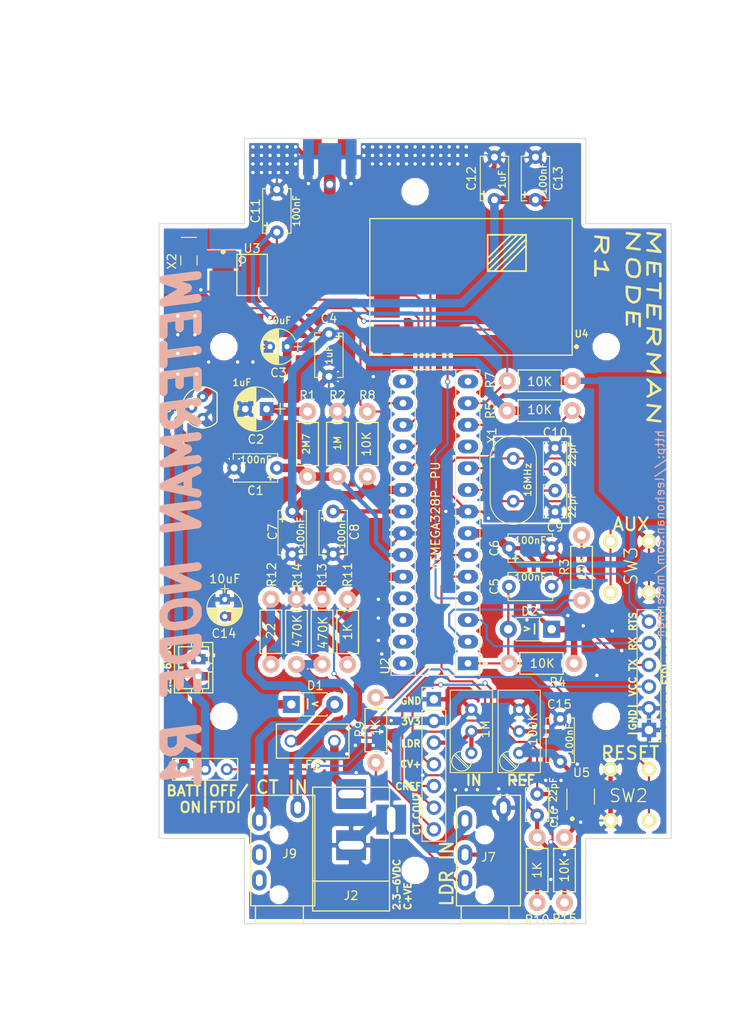
<source format=kicad_pcb>
(kicad_pcb (version 4) (host pcbnew 4.0.6)
  (title_block (title "Meterman Node") (date 2017-08-24) (rev 1) (company "Design by Lee Honan (lee@leehonan.com)"))
  (layers (0 F.Cu signal) (31 B.Cu signal) (34 B.Paste user hide) (35 F.Paste user hide) (36 B.SilkS user) (37 F.SilkS user) (38 B.Mask user) (39 F.Mask user) (44 Edge.Cuts user))
  (net 0 "")
  (net 1 /VIN_REG)
  (net 2 GND)
  (net 3 +3V3)
  (net 4 /VIN_V_DIV)
  (net 5 /MCU_RESET)
  (net 6 /RTS)
  (net 7 "Net-(C9-Pad2)")
  (net 8 VCC)
  (net 9 /TXD)
  (net 10 /MCU_TX)
  (net 11 /MCU_A1)
  (net 12 /MCU_RX)
  (net 13 "Net-(R5-Pad1)")
  (net 14 /RTC_SS)
  (net 15 /RAD_SS)
  (net 16 /MOSI)
  (net 17 /RAD_INT)
  (net 18 /MISO)
  (net 19 /SCK)
  (net 20 "Net-(U3-Pad1)")
  (net 21 "Net-(U3-Pad2)")
  (net 22 /ANT)
  (net 23 "Net-(C8-Pad1)")
  (net 24 "Net-(C10-Pad2)")
  (net 25 /MCU_D3_INT1)
  (net 26 /MCU_D4)
  (net 27 /BATT_VIN)
  (net 28 /CONN_CT_SLV)
  (net 29 "Net-(D1-Pad2)")
  (net 30 "Net-(F1-Pad2)")
  (net 31 /CONN_LDR_R2)
  (net 32 /CONN_LDR_R1)
  (net 33 /CONN_CT_TIP)
  (net 34 /CMP_V+)
  (net 35 /CMP_VREF)
  (module TO_SOT_Packages_THT:TO-92_Molded_Narrow (layer F.Cu) (at 125.7 88.8 90)
    (fp_text reference U1 (at 1.25 -3.55 180) (layer F.SilkS))
    (fp_text value MCP1700-TO92 hide)
    (pad 2 thru_hole circle (at 1.27 -1.27 180) (size 1.3 1.3) (drill 0.6) (layers *.Cu *.Mask) (net 1 /VIN_REG))
    (pad 3 thru_hole circle (at 2.54 0 180) (size 1.3 1.3) (drill 0.6) (layers *.Cu *.Mask) (net 3 +3V3))
    (pad 1 thru_hole circle (at 0 0 180) (size 1.3 1.3) (drill 0.6) (layers *.Cu *.Mask) (net 2 GND))
  )
  (module RocketScreamKicadLibrary:HOLE_NPTH_2.2MM (layer F.Cu) (at 128.2 123.7)
    (fp_text reference M1 hide)
    (fp_text value MOUNT_HOLE hide)
    (pad "" np_thru_hole circle (at 0 0) (size 2.2 2.2) (drill 2.2) (layers *.Cu *.Mask F.SilkS))
  )
  (module meterman:TSSOP14 (layer F.Cu) (at 131.5 72 270)
    (fp_text reference U3 (at -3.1 0 360) (layer F.SilkS))
    (fp_text value PCF2123 hide)
    (pad 1 smd rect (at -1.9304 3.4 270) (size 0.4 2.5) (layers F.Cu F.Paste F.Mask) (net 20 "Net-(U3-Pad1)"))
    (pad 2 smd rect (at -1.2954 3.4 270) (size 0.35 2.5) (layers F.Cu F.Paste F.Mask) (net 21 "Net-(U3-Pad2)"))
    (pad 3 smd rect (at -0.635 3.4 270) (size 0.35 2.5) (layers F.Cu F.Paste F.Mask))
    (pad 4 smd rect (at 0 3.4 270) (size 0.35 2.5) (layers F.Cu F.Paste F.Mask))
    (pad 5 smd rect (at 0.6604 3.4 270) (size 0.35 2.5) (layers F.Cu F.Paste F.Mask))
    (pad 6 smd rect (at 1.3081 3.4 270) (size 0.35 2.5) (layers F.Cu F.Paste F.Mask) (net 14 /RTC_SS))
    (pad 7 smd rect (at 1.9558 3.4 270) (size 0.4 2.5) (layers F.Cu F.Paste F.Mask) (net 2 GND))
    (pad 8 smd rect (at 1.9558 -3.4 270) (size 0.4 2.5) (layers F.Cu F.Paste F.Mask) (net 18 /MISO))
    (pad 9 smd rect (at 1.3081 -3.4 270) (size 0.35 2.5) (layers F.Cu F.Paste F.Mask) (net 16 /MOSI))
    (pad 10 smd rect (at 0.6604 -3.4 270) (size 0.35 2.5) (layers F.Cu F.Paste F.Mask) (net 19 /SCK))
    (pad 11 smd rect (at 0 -3.4 270) (size 0.35 2.5) (layers F.Cu F.Paste F.Mask))
    (pad 12 smd rect (at -0.6477 -3.4 270) (size 0.35 2.5) (layers F.Cu F.Paste F.Mask))
    (pad 13 smd rect (at -1.2954 -3.4 270) (size 0.35 2.5) (layers F.Cu F.Paste F.Mask))
    (pad 14 smd rect (at -1.9431 -3.4 270) (size 0.4 2.5) (layers F.Cu F.Paste F.Mask) (net 3 +3V3))
  )
  (module Resistors_THT:Resistor_Horizontal_RM7mm (layer F.Cu) (at 161.4 84.4)
    (fp_text reference R7 (at -2 -0.1 90) (layer F.SilkS))
    (fp_text value 10K (at 3.8 0.1) (layer F.SilkS))
    (pad 1 thru_hole circle (at 0 0) (size 1.99898 1.99898) (drill 1.00076) (layers *.Cu *.SilkS *.Mask) (net 14 /RTC_SS))
    (pad 2 thru_hole circle (at 7.62 0) (size 1.99898 1.99898) (drill 1.00076) (layers *.Cu *.SilkS *.Mask) (net 3 +3V3))
  )
  (module Capacitors_THT:C_Disc_D5.1mm_W3.2mm_P5.00mm (layer F.Cu) (at 161.6 108.5)
    (fp_text reference C5 (at -1.7 0 90) (layer F.SilkS))
    (fp_text value 100nF (at 2.5 -1.1) (layer F.SilkS) (effects (font (size 0.8 0.8))))
    (pad 1 thru_hole circle (at 0 0) (size 1.6 1.6) (drill 0.8) (layers *.Cu *.Mask) (net 5 /MCU_RESET))
    (pad 2 thru_hole circle (at 5 0) (size 1.6 1.6) (drill 0.8) (layers *.Cu *.Mask) (net 6 /RTS))
  )
  (module Capacitors_THT:C_Disc_D5.1mm_W3.2mm_P5.00mm (layer F.Cu) (at 161.6 104)
    (fp_text reference C6 (at -1.7 0 90) (layer F.SilkS))
    (fp_text value 100nF (at 2.5 -0.9 180) (layer F.SilkS) (effects (font (size 0.8 0.8))))
    (pad 1 thru_hole circle (at 0 0) (size 1.6 1.6) (drill 0.8) (layers *.Cu *.Mask) (net 3 +3V3))
    (pad 2 thru_hole circle (at 5 0) (size 1.6 1.6) (drill 0.8) (layers *.Cu *.Mask) (net 2 GND))
  )
  (module Capacitors_THT:C_Disc_D5.1mm_W3.2mm_P5.00mm (layer F.Cu) (at 136.2 99.7 270)
    (fp_text reference C7 (at 2.4 2.3 450) (layer F.SilkS))
    (fp_text value 100nF (at 2.5 -1 270) (layer F.SilkS) (effects (font (size 0.8 0.8))))
    (pad 1 thru_hole circle (at 0 0 270) (size 1.6 1.6) (drill 0.8) (layers *.Cu *.Mask) (net 3 +3V3))
    (pad 2 thru_hole circle (at 5 0 270) (size 1.6 1.6) (drill 0.8) (layers *.Cu *.Mask) (net 2 GND))
  )
  (module Capacitors_THT:C_Disc_D5.1mm_W3.2mm_P5.00mm (layer F.Cu) (at 141 99.7 270)
    (fp_text reference C8 (at 2.4 -2.5 450) (layer F.SilkS))
    (fp_text value 100nF (at 2.5 -1 450) (layer F.SilkS) (effects (font (size 0.8 0.8))))
    (pad 1 thru_hole circle (at 0 0 270) (size 1.6 1.6) (drill 0.8) (layers *.Cu *.Mask) (net 23 "Net-(C8-Pad1)"))
    (pad 2 thru_hole circle (at 5 0 270) (size 1.6 1.6) (drill 0.8) (layers *.Cu *.Mask) (net 2 GND))
  )
  (module Capacitors_THT:C_Disc_D5.1mm_W3.2mm_P5.00mm (layer F.Cu) (at 159.9 58.2 270)
    (fp_text reference C12 (at 2.5 2.7 450) (layer F.SilkS))
    (fp_text value 1uF (at 2.6 -0.9 270) (layer F.SilkS) (effects (font (size 0.8 0.8))))
    (pad 1 thru_hole circle (at 0 0 270) (size 1.6 1.6) (drill 0.8) (layers *.Cu *.Mask) (net 2 GND))
    (pad 2 thru_hole circle (at 5 0 270) (size 1.6 1.6) (drill 0.8) (layers *.Cu *.Mask) (net 3 +3V3))
  )
  (module Diodes_THT:D_T-1_P5.08mm_Horizontal (layer F.Cu) (at 136.1 122.3)
    (fp_text reference D1 (at 2.8 -2.2) (layer F.SilkS))
    (fp_text value 1N4148 hide)
    (pad 1 thru_hole rect (at 0 0) (size 2 2) (drill 1) (layers *.Cu *.Mask) (net 27 /BATT_VIN))
    (pad 2 thru_hole oval (at 5.08 0) (size 2 2) (drill 1) (layers *.Cu *.Mask) (net 29 "Net-(D1-Pad2)"))
  )
  (module Connectors_JST:JST_PH_B2B-PH-K_02x2.00mm_Straight (layer F.Cu) (at 125.2 117 270)
    (fp_text reference J1 hide)
    (fp_text value CONN_BATT hide)
    (pad 1 thru_hole rect (at 0 0 270) (size 1.2 1.7) (drill 0.7) (layers *.Cu *.Mask) (net 2 GND))
    (pad 2 thru_hole oval (at 2 0 270) (size 1.2 1.7) (drill 0.7) (layers *.Cu *.Mask) (net 27 /BATT_VIN))
  )
  (module Resistors_THT:Resistor_Horizontal_RM7mm (layer F.Cu) (at 138 88 270)
    (fp_text reference R1 (at -1.9 0 360) (layer F.SilkS))
    (fp_text value 2M7 (at 3.8 0.15 270) (layer F.SilkS) (effects (font (size 0.8 0.8))))
    (pad 1 thru_hole circle (at 0 0 270) (size 1.99898 1.99898) (drill 1.00076) (layers *.Cu *.SilkS *.Mask) (net 1 /VIN_REG))
    (pad 2 thru_hole circle (at 7.62 0 270) (size 1.99898 1.99898) (drill 1.00076) (layers *.Cu *.SilkS *.Mask) (net 4 /VIN_V_DIV))
  )
  (module Resistors_THT:Resistor_Horizontal_RM7mm (layer F.Cu) (at 141.5 95.6 90)
    (fp_text reference R2 (at 9.5 0 180) (layer F.SilkS))
    (fp_text value 1M (at 3.9 0 90) (layer F.SilkS) (effects (font (size 0.8 0.8))))
    (pad 1 thru_hole circle (at 0 0 90) (size 1.99898 1.99898) (drill 1.00076) (layers *.Cu *.SilkS *.Mask) (net 4 /VIN_V_DIV))
    (pad 2 thru_hole circle (at 7.62 0 90) (size 1.99898 1.99898) (drill 1.00076) (layers *.Cu *.SilkS *.Mask) (net 2 GND))
  )
  (module Resistors_THT:Resistor_Horizontal_RM7mm (layer F.Cu) (at 170.1 102.5 270)
    (fp_text reference R3 (at 3.7 2 450) (layer F.SilkS))
    (fp_text value 10K (at 3.8 0 270) (layer F.SilkS))
    (pad 1 thru_hole circle (at 0 0 270) (size 1.99898 1.99898) (drill 1.00076) (layers *.Cu *.SilkS *.Mask) (net 9 /TXD))
    (pad 2 thru_hole circle (at 7.62 0 270) (size 1.99898 1.99898) (drill 1.00076) (layers *.Cu *.SilkS *.Mask) (net 12 /MCU_RX))
  )
  (module Resistors_THT:Resistor_Horizontal_RM7mm (layer F.Cu) (at 161.6 117.5)
    (fp_text reference R4 (at 5.7 2.2) (layer F.SilkS))
    (fp_text value 10K (at 3.9 0) (layer F.SilkS))
    (pad 1 thru_hole circle (at 0 0) (size 1.99898 1.99898) (drill 1.00076) (layers *.Cu *.SilkS *.Mask) (net 5 /MCU_RESET))
    (pad 2 thru_hole circle (at 7.62 0) (size 1.99898 1.99898) (drill 1.00076) (layers *.Cu *.SilkS *.Mask) (net 3 +3V3))
  )
  (module Resistors_THT:Resistor_Horizontal_RM7mm (layer F.Cu) (at 169 87.9 180)
    (fp_text reference R5 (at 9.6 0 270) (layer F.SilkS))
    (fp_text value 10K (at 3.8 0.1 180) (layer F.SilkS))
    (pad 1 thru_hole circle (at 0 0 180) (size 1.99898 1.99898) (drill 1.00076) (layers *.Cu *.SilkS *.Mask) (net 13 "Net-(R5-Pad1)"))
    (pad 2 thru_hole circle (at 7.62 0 180) (size 1.99898 1.99898) (drill 1.00076) (layers *.Cu *.SilkS *.Mask) (net 3 +3V3))
  )
  (module Resistors_THT:Resistor_Horizontal_RM7mm (layer F.Cu) (at 145 88 270)
    (fp_text reference R8 (at -1.9 0 360) (layer F.SilkS))
    (fp_text value 10K (at 3.8 0.1 270) (layer F.SilkS))
    (pad 1 thru_hole circle (at 0 0 270) (size 1.99898 1.99898) (drill 1.00076) (layers *.Cu *.SilkS *.Mask) (net 15 /RAD_SS))
    (pad 2 thru_hole circle (at 7.62 0 270) (size 1.99898 1.99898) (drill 1.00076) (layers *.Cu *.SilkS *.Mask) (net 3 +3V3))
  )
  (module Buttons_Switches_THT:SW_Micro_SPST (layer F.Cu) (at 126 129.9)
    (fp_text reference SW1 hide)
    (fp_text value SW_SPDT hide)
    (pad 1 thru_hole rect (at -2.54 0) (size 1.397 1.397) (drill 0.8128) (layers *.Cu *.Mask) (net 27 /BATT_VIN))
    (pad 2 thru_hole circle (at 0 0) (size 1.397 1.397) (drill 0.8128) (layers *.Cu *.Mask) (net 1 /VIN_REG))
    (pad 3 thru_hole circle (at 2.54 0) (size 1.397 1.397) (drill 0.8128) (layers *.Cu *.Mask) (net 8 VCC))
  )
  (module Housings_DIP:DIP-28_W7.62mm_Socket_LongPads (layer F.Cu) (at 156.8 117.5 180)
    (fp_text reference U2 (at 9.7 -0.3 450) (layer F.SilkS))
    (fp_text value ATMEGA328P-PU (at 3.8 17.3 270) (layer F.SilkS))
    (pad 1 thru_hole rect (at 0 0 180) (size 2.4 1.6) (drill 0.8) (layers *.Cu *.Mask) (net 5 /MCU_RESET))
    (pad 15 thru_hole oval (at 7.62 33.02 180) (size 2.4 1.6) (drill 0.8) (layers *.Cu *.Mask))
    (pad 2 thru_hole oval (at 0 2.54 180) (size 2.4 1.6) (drill 0.8) (layers *.Cu *.Mask) (net 12 /MCU_RX))
    (pad 16 thru_hole oval (at 7.62 30.48 180) (size 2.4 1.6) (drill 0.8) (layers *.Cu *.Mask) (net 15 /RAD_SS))
    (pad 3 thru_hole oval (at 0 5.08 180) (size 2.4 1.6) (drill 0.8) (layers *.Cu *.Mask) (net 10 /MCU_TX))
    (pad 17 thru_hole oval (at 7.62 27.94 180) (size 2.4 1.6) (drill 0.8) (layers *.Cu *.Mask) (net 16 /MOSI))
    (pad 4 thru_hole oval (at 0 7.62 180) (size 2.4 1.6) (drill 0.8) (layers *.Cu *.Mask) (net 17 /RAD_INT))
    (pad 18 thru_hole oval (at 7.62 25.4 180) (size 2.4 1.6) (drill 0.8) (layers *.Cu *.Mask) (net 18 /MISO))
    (pad 5 thru_hole oval (at 0 10.16 180) (size 2.4 1.6) (drill 0.8) (layers *.Cu *.Mask) (net 25 /MCU_D3_INT1))
    (pad 19 thru_hole oval (at 7.62 22.86 180) (size 2.4 1.6) (drill 0.8) (layers *.Cu *.Mask) (net 19 /SCK))
    (pad 6 thru_hole oval (at 0 12.7 180) (size 2.4 1.6) (drill 0.8) (layers *.Cu *.Mask) (net 26 /MCU_D4))
    (pad 20 thru_hole oval (at 7.62 20.32 180) (size 2.4 1.6) (drill 0.8) (layers *.Cu *.Mask) (net 3 +3V3))
    (pad 7 thru_hole oval (at 0 15.24 180) (size 2.4 1.6) (drill 0.8) (layers *.Cu *.Mask) (net 3 +3V3))
    (pad 21 thru_hole oval (at 7.62 17.78 180) (size 2.4 1.6) (drill 0.8) (layers *.Cu *.Mask) (net 23 "Net-(C8-Pad1)"))
    (pad 8 thru_hole oval (at 0 17.78 180) (size 2.4 1.6) (drill 0.8) (layers *.Cu *.Mask) (net 2 GND))
    (pad 22 thru_hole oval (at 7.62 15.24 180) (size 2.4 1.6) (drill 0.8) (layers *.Cu *.Mask) (net 2 GND))
    (pad 9 thru_hole oval (at 0 20.32 180) (size 2.4 1.6) (drill 0.8) (layers *.Cu *.Mask) (net 7 "Net-(C9-Pad2)"))
    (pad 23 thru_hole oval (at 7.62 12.7 180) (size 2.4 1.6) (drill 0.8) (layers *.Cu *.Mask) (net 4 /VIN_V_DIV))
    (pad 10 thru_hole oval (at 0 22.86 180) (size 2.4 1.6) (drill 0.8) (layers *.Cu *.Mask) (net 24 "Net-(C10-Pad2)"))
    (pad 24 thru_hole oval (at 7.62 10.16 180) (size 2.4 1.6) (drill 0.8) (layers *.Cu *.Mask) (net 11 /MCU_A1))
    (pad 11 thru_hole oval (at 0 25.4 180) (size 2.4 1.6) (drill 0.8) (layers *.Cu *.Mask))
    (pad 25 thru_hole oval (at 7.62 7.62 180) (size 2.4 1.6) (drill 0.8) (layers *.Cu *.Mask))
    (pad 12 thru_hole oval (at 0 27.94 180) (size 2.4 1.6) (drill 0.8) (layers *.Cu *.Mask) (net 13 "Net-(R5-Pad1)"))
    (pad 26 thru_hole oval (at 7.62 5.08 180) (size 2.4 1.6) (drill 0.8) (layers *.Cu *.Mask))
    (pad 13 thru_hole oval (at 0 30.48 180) (size 2.4 1.6) (drill 0.8) (layers *.Cu *.Mask) (net 14 /RTC_SS))
    (pad 27 thru_hole oval (at 7.62 2.54 180) (size 2.4 1.6) (drill 0.8) (layers *.Cu *.Mask))
    (pad 14 thru_hole oval (at 0 33.02 180) (size 2.4 1.6) (drill 0.8) (layers *.Cu *.Mask))
    (pad 28 thru_hole oval (at 7.62 0 180) (size 2.4 1.6) (drill 0.8) (layers *.Cu *.Mask))
  )
  (module Crystals:Resonator-2pin_w10.0mm_h5.0mm (layer F.Cu) (at 162.1 98.5 90)
    (fp_text reference X1 (at 7.7 -2.5 90) (layer F.SilkS))
    (fp_text value 16MHz (at 2.5 1.7 90) (layer F.SilkS) (effects (font (size 0.8 0.8))))
    (pad 1 thru_hole circle (at 0 0 90) (size 1.5 1.5) (drill 0.8) (layers *.Cu *.Mask) (net 7 "Net-(C9-Pad2)"))
    (pad 2 thru_hole circle (at 5 0 90) (size 1.5 1.5) (drill 0.8) (layers *.Cu *.Mask) (net 24 "Net-(C10-Pad2)"))
  )
  (module Capacitors_THT:C_Disc_D5.1mm_W3.2mm_P5.00mm (layer F.Cu) (at 140.5 78.9 270)
    (fp_text reference C4 (at -1.8 0 360) (layer F.SilkS))
    (fp_text value 1uF (at 2.5 0 270) (layer F.SilkS) (effects (font (size 0.8 0.8))))
    (pad 1 thru_hole circle (at 0 0 270) (size 1.6 1.6) (drill 0.8) (layers *.Cu *.Mask) (net 3 +3V3))
    (pad 2 thru_hole circle (at 5 0 270) (size 1.6 1.6) (drill 0.8) (layers *.Cu *.Mask) (net 2 GND))
  )
  (module Capacitors_THT:C_Disc_D5.1mm_W3.2mm_P5.00mm (layer F.Cu) (at 134.4 62 270)
    (fp_text reference C11 (at 2.5 2.5 450) (layer F.SilkS))
    (fp_text value 100nF (at 2.5 -2.3 270) (layer F.SilkS) (effects (font (size 0.8 0.8))))
    (pad 1 thru_hole circle (at 0 0 270) (size 1.6 1.6) (drill 0.8) (layers *.Cu *.Mask) (net 2 GND))
    (pad 2 thru_hole circle (at 5 0 270) (size 1.6 1.6) (drill 0.8) (layers *.Cu *.Mask) (net 3 +3V3))
  )
  (module Crystals:Crystal_SMD_EuroQuartz_EQ161-2pin_3.2x1.5mm_HandSoldering (layer F.Cu) (at 124.1 70.3 270)
    (fp_text reference X2 (at 0.1 2 270) (layer F.SilkS))
    (fp_text value 32.168kHz hide)
    (pad 1 smd rect (at -1.625 0 270) (size 1.75 1.8) (layers F.Cu F.Mask) (net 20 "Net-(U3-Pad1)"))
    (pad 2 smd rect (at 1.625 0 270) (size 1.75 1.8) (layers F.Cu F.Mask) (net 21 "Net-(U3-Pad2)"))
  )
  (module Capacitors_THT:C_Disc_D5.1mm_W3.2mm_P5.00mm (layer F.Cu) (at 134.4 94.6 180)
    (fp_text reference C1 (at 2.5 -2.66 180) (layer F.SilkS))
    (fp_text value 100nF (at 2.45 0.95 180) (layer F.SilkS) (effects (font (size 0.8 0.8))))
    (pad 1 thru_hole circle (at 0 0 180) (size 1.6 1.6) (drill 0.8) (layers *.Cu *.Mask) (net 4 /VIN_V_DIV))
    (pad 2 thru_hole circle (at 5 0 180) (size 1.6 1.6) (drill 0.8) (layers *.Cu *.Mask) (net 2 GND))
  )
  (module Capacitors_THT:CP_Radial_D5.0mm_P2.50mm (layer F.Cu) (at 133.2 87.7 180)
    (fp_text reference C2 (at 1.25 -3.56 180) (layer F.SilkS))
    (fp_text value 1uF (at 2.9 3.1 180) (layer F.SilkS) (effects (font (size 0.8 0.8))))
    (pad 1 thru_hole rect (at 0 0 180) (size 1.6 1.6) (drill 0.8) (layers *.Cu *.Mask) (net 1 /VIN_REG))
    (pad 2 thru_hole circle (at 2.5 0 180) (size 1.6 1.6) (drill 0.8) (layers *.Cu *.Mask) (net 2 GND))
  )
  (module Capacitors_THT:CP_Radial_D4.0mm_P2.00mm (layer F.Cu) (at 135.6 80.4 180)
    (fp_text reference C3 (at 1 -3.06 180) (layer F.SilkS))
    (fp_text value 10uF (at 1 3.06 180) (layer F.SilkS) (effects (font (size 0.8 0.8))))
    (pad 1 thru_hole rect (at 0 0 180) (size 1.2 1.2) (drill 0.6) (layers *.Cu *.Mask) (net 3 +3V3))
    (pad 2 thru_hole circle (at 2 0 180) (size 1.2 1.2) (drill 0.6) (layers *.Cu *.Mask) (net 2 GND))
  )
  (module Capacitors_THT:C_Disc_D5.1mm_W3.2mm_P5.00mm (layer F.Cu) (at 164.7 58.2 270)
    (fp_text reference C13 (at 2.5 -2.66 270) (layer F.SilkS))
    (fp_text value 100nF (at 2.5 -0.9 270) (layer F.SilkS) (effects (font (size 0.8 0.8))))
    (pad 1 thru_hole circle (at 0 0 270) (size 1.6 1.6) (drill 0.8) (layers *.Cu *.Mask) (net 2 GND))
    (pad 2 thru_hole circle (at 5 0 270) (size 1.6 1.6) (drill 0.8) (layers *.Cu *.Mask) (net 3 +3V3))
  )
  (module meterman:RFM69HW_SMD_Handsoldering (layer F.Cu) (at 165.6 80.4 180)
    (fp_text reference U4 (at -4.5 1.5 180) (layer F.SilkS) (effects (font (size 0.8 0.8) (thickness 0.16))))
    (fp_text value RFM69W hide)
    (pad 1 smd rect (at -1.4 0 180) (size 3 1.2) (layers F.Cu F.Paste F.Mask))
    (pad 2 smd rect (at -1.4 2 180) (size 3 1.2) (layers F.Cu F.Paste F.Mask) (net 17 /RAD_INT))
    (pad 3 smd rect (at -1.4 4 180) (size 3 1.2) (layers F.Cu F.Paste F.Mask))
    (pad 4 smd rect (at -1.4 6 180) (size 3 1.2) (layers F.Cu F.Paste F.Mask))
    (pad 5 smd rect (at -1.4 8 180) (size 3 1.2) (layers F.Cu F.Paste F.Mask))
    (pad 6 smd rect (at -1.4 10 180) (size 3 1.2) (layers F.Cu F.Paste F.Mask))
    (pad 7 smd rect (at -1.4 12 180) (size 3 1.2) (layers F.Cu F.Paste F.Mask))
    (pad 8 smd rect (at -1.4 14 180) (size 3 1.2) (layers F.Cu F.Paste F.Mask) (net 3 +3V3))
    (pad 9 smd rect (at 18.3 14 180) (size 3 1.2) (layers F.Cu F.Paste F.Mask) (net 2 GND))
    (pad 10 smd rect (at 18.3 12 180) (size 3 1.2) (layers F.Cu F.Paste F.Mask) (net 22 /ANT))
    (pad 11 smd rect (at 18.3 10 180) (size 3 1.2) (layers F.Cu F.Paste F.Mask) (net 2 GND))
    (pad 12 smd rect (at 18.3 8 180) (size 3 1.2) (layers F.Cu F.Paste F.Mask) (net 19 /SCK))
    (pad 13 smd rect (at 18.3 6 180) (size 3 1.2) (layers F.Cu F.Paste F.Mask) (net 18 /MISO))
    (pad 14 smd rect (at 18.3 4 180) (size 3 1.2) (layers F.Cu F.Paste F.Mask) (net 16 /MOSI))
    (pad 15 smd rect (at 18.3 2 180) (size 3 1.2) (layers F.Cu F.Paste F.Mask) (net 15 /RAD_SS))
    (pad 16 smd rect (at 18.3 0 180) (size 3 1.2) (layers F.Cu F.Paste F.Mask) (net 2 GND))
  )
  (module Diodes_THT:D_T-1_P5.08mm_Horizontal (layer F.Cu) (at 166.6 113.5 180)
    (fp_text reference D2 (at 2.6 2.1 360) (layer F.SilkS))
    (fp_text value 1N4148 hide)
    (pad 1 thru_hole rect (at 0 0 180) (size 2 2) (drill 1) (layers *.Cu *.Mask) (net 3 +3V3))
    (pad 2 thru_hole oval (at 5.08 0 180) (size 2 2) (drill 1) (layers *.Cu *.Mask) (net 5 /MCU_RESET))
  )
  (module Connectors:BARREL_JACK (layer F.Cu) (at 143.1 139 90)
    (fp_text reference J2 (at -5.7 0 180) (layer F.SilkS))
    (fp_text value CONN_REG hide)
    (pad 1 thru_hole rect (at 6.20014 0 90) (size 3.50012 3.50012) (drill oval 1.00076 2.99974) (layers *.Cu *.Mask) (net 30 "Net-(F1-Pad2)"))
    (pad 2 thru_hole rect (at 0.20066 0 90) (size 3.50012 3.50012) (drill oval 1.00076 2.99974) (layers *.Cu *.Mask) (net 2 GND))
    (pad 3 thru_hole rect (at 3.2004 4.699 90) (size 3.50012 3.50012) (drill oval 2.99974 1.00076) (layers *.Cu *.Mask) (net 2 GND))
  )
  (module Pin_Headers:Pin_Header_Straight_1x06_Pitch2.54mm (layer F.Cu) (at 178 125.3 180)
    (fp_text reference J3 hide)
    (fp_text value CONN_FTDI hide)
    (pad 1 thru_hole rect (at 0 0 180) (size 1.7 1.7) (drill 1) (layers *.Cu *.Mask) (net 2 GND))
    (pad 2 thru_hole oval (at 0 2.54 180) (size 1.7 1.7) (drill 1) (layers *.Cu *.Mask) (net 2 GND))
    (pad 3 thru_hole oval (at 0 5.08 180) (size 1.7 1.7) (drill 1) (layers *.Cu *.Mask) (net 8 VCC))
    (pad 4 thru_hole oval (at 0 7.62 180) (size 1.7 1.7) (drill 1) (layers *.Cu *.Mask) (net 9 /TXD))
    (pad 5 thru_hole oval (at 0 10.16 180) (size 1.7 1.7) (drill 1) (layers *.Cu *.Mask) (net 10 /MCU_TX))
    (pad 6 thru_hole oval (at 0 12.7 180) (size 1.7 1.7) (drill 1) (layers *.Cu *.Mask) (net 6 /RTS))
  )
  (module RocketScreamKicadLibrary:RF-SMA-EDGE_Without_Feed (layer F.Cu) (at 140.6 58.2 90)
    (fp_text reference J6 hide)
    (fp_text value ANT-SMA hide)
    (pad 2 smd rect (at 0 2.5 90) (size 4.2 1.27) (layers F.Cu F.Paste F.Mask) (net 2 GND))
    (pad 3 smd rect (at 0 -2.5 90) (size 4.2 1.27) (layers F.Cu F.Paste F.Mask) (net 2 GND))
    (pad 5 smd rect (at 0 -2.5 90) (size 4.2 1.27) (layers B.Cu B.Paste B.Mask) (net 2 GND))
    (pad 4 smd rect (at 0 2.5 90) (size 4.2 1.27) (layers B.Cu B.Paste B.Mask) (net 2 GND))
  )
  (module Capacitors_THT:C_Disc_D3.8mm_W2.6mm_P2.50mm (layer F.Cu) (at 167 99.75 90)
    (fp_text reference C9 (at -1.8 0 180) (layer F.SilkS))
    (fp_text value 22pF (at 0.75 2 90) (layer F.SilkS) (effects (font (size 0.8 0.8))))
    (pad 1 thru_hole circle (at 0 0 90) (size 1.6 1.6) (drill 0.8) (layers *.Cu *.Mask) (net 2 GND))
    (pad 2 thru_hole circle (at 2.5 0 90) (size 1.6 1.6) (drill 0.8) (layers *.Cu *.Mask) (net 7 "Net-(C9-Pad2)"))
  )
  (module Capacitors_THT:C_Disc_D3.8mm_W2.6mm_P2.50mm (layer F.Cu) (at 167 92.25 270)
    (fp_text reference C10 (at -1.8 0 360) (layer F.SilkS))
    (fp_text value 22pF (at 0.75 -2 270) (layer F.SilkS) (effects (font (size 0.8 0.8))))
    (pad 1 thru_hole circle (at 0 0 270) (size 1.6 1.6) (drill 0.8) (layers *.Cu *.Mask) (net 2 GND))
    (pad 2 thru_hole circle (at 2.5 0 270) (size 1.6 1.6) (drill 0.8) (layers *.Cu *.Mask) (net 24 "Net-(C10-Pad2)"))
  )
  (module meterman:6x6mm_pushbutton (layer F.Cu) (at 176 132.9 90)
    (fp_text reference SW2 (at -0.1 -0.4 180) (layer F.SilkS) (effects (font (size 1.5 1.5))))
    (fp_text value RESET (at 4.9 -0.2 180) (layer F.SilkS) (effects (font (size 1.5 1.5) (thickness 0.25))))
    (pad 2 thru_hole circle (at 3 2 90) (size 1.7 1.7) (drill 1) (layers *.Cu *.Mask F.SilkS) (net 5 /MCU_RESET))
    (pad 2 thru_hole circle (at -3 2 90) (size 1.7 1.7) (drill 1) (layers *.Cu *.Mask F.SilkS) (net 5 /MCU_RESET))
    (pad 1 thru_hole circle (at -3 -2.5 90) (size 1.7 1.7) (drill 1) (layers *.Cu *.Mask F.SilkS) (net 2 GND))
    (pad 1 thru_hole circle (at 3 -2.5 90) (size 1.7 1.7) (drill 1) (layers *.Cu *.Mask F.SilkS) (net 2 GND))
  )
  (module meterman:6x6mm_pushbutton (layer F.Cu) (at 176 106.2 90)
    (fp_text reference SW3 (at 0.1 -0.1 90) (layer F.SilkS) (effects (font (size 1.5 1.5))))
    (fp_text value AUX_BTN hide)
    (pad 2 thru_hole circle (at 3 2 90) (size 1.7 1.7) (drill 1) (layers *.Cu *.Mask F.SilkS) (net 2 GND))
    (pad 2 thru_hole circle (at -3 2 90) (size 1.7 1.7) (drill 1) (layers *.Cu *.Mask F.SilkS) (net 2 GND))
    (pad 1 thru_hole circle (at -3 -2.5 90) (size 1.7 1.7) (drill 1) (layers *.Cu *.Mask F.SilkS) (net 13 "Net-(R5-Pad1)"))
    (pad 1 thru_hole circle (at 3 -2.5 90) (size 1.7 1.7) (drill 1) (layers *.Cu *.Mask F.SilkS) (net 13 "Net-(R5-Pad1)"))
  )
  (module meterman:Pin_Header_ANT (layer F.Cu) (at 140.6 61.4 90)
    (fp_text reference J4 hide)
    (fp_text value ANT hide)
    (pad 1 thru_hole circle (at 0 0 90) (size 1.3 1.3) (drill 0.8) (layers *.Cu *.Mask) (net 22 /ANT))
  )
  (module meterman:U.FL-R-SMT-LongFeed (layer F.Cu) (at 140.6 57.2 180)
    (fp_text reference J5 hide)
    (fp_text value ANT-UFL hide)
    (pad 1 smd rect (at 0 -2 180) (size 1 2.25) (layers F.Cu F.Paste F.Mask) (net 22 /ANT))
    (pad 2 smd rect (at -1.475 0 180) (size 1.05 2.2) (layers F.Cu F.Paste F.Mask) (net 2 GND))
    (pad 3 smd rect (at 1.475 0 180) (size 1.05 2.2) (layers F.Cu F.Paste F.Mask) (net 2 GND))
  )
  (module Capacitors_THT:CP_Radial_D4.0mm_P2.00mm (layer F.Cu) (at 128.3 110 270)
    (fp_text reference C14 (at 4 0.1 360) (layer F.SilkS))
    (fp_text value 10uF (at -2.4 0 360) (layer F.SilkS))
    (pad 1 thru_hole rect (at 0 0 270) (size 1.2 1.2) (drill 0.6) (layers *.Cu *.Mask) (net 2 GND))
    (pad 2 thru_hole circle (at 2 0 270) (size 1.2 1.2) (drill 0.6) (layers *.Cu *.Mask) (net 28 /CONN_CT_SLV))
  )
  (module Fuse_Holders_and_Fuses:Fuse_TE5_Littlefuse-395Series (layer F.Cu) (at 138.6 126.6)
    (fp_text reference F1 (at 0 2.8) (layer F.SilkS))
    (fp_text value Polyfuse hide)
    (pad 1 thru_hole circle (at -2.54 0) (size 1.50114 1.50114) (drill 1.00076) (layers *.Cu *.Mask) (net 29 "Net-(D1-Pad2)"))
    (pad 2 thru_hole circle (at 2.54 0.01016) (size 1.50114 1.50114) (drill 1.00076) (layers *.Cu *.Mask) (net 30 "Net-(F1-Pad2)"))
  )
  (module meterman:TRRS_Jack (layer F.Cu) (at 162.7 132.9 270)
    (fp_text reference J7 (at 7.3 3.5 360) (layer F.SilkS))
    (fp_text value CONN_LDR hide)
    (pad "" np_thru_hole circle (at 4.7 3.95 270) (size 1.2 1.2) (drill 1.2) (layers *.Cu *.Mask))
    (pad 3 thru_hole oval (at 10 6.25 270) (size 2.4 1.7) (drill oval 1.4 0.8) (layers *.Cu *.Mask) (net 31 /CONN_LDR_R2))
    (pad 1 thru_hole oval (at 3 6.25 270) (size 2.4 1.7) (drill oval 1.4 0.8) (layers *.Cu *.Mask) (net 3 +3V3))
    (pad 4 thru_hole oval (at 1.5 1.75 270) (size 2.4 1.7) (drill oval 1.4 0.8) (layers *.Cu *.Mask) (net 2 GND))
    (pad 2 thru_hole oval (at 7 6.25 270) (size 2.4 1.7) (drill oval 1.4 0.8) (layers *.Cu *.Mask) (net 32 /CONN_LDR_R1))
    (pad "" np_thru_hole circle (at 11.7 3.95 270) (size 1.2 1.2) (drill 1.2) (layers *.Cu *.Mask))
  )
  (module meterman:TRRS_Jack (layer F.Cu) (at 138.6 132.9 270)
    (fp_text reference J9 (at 6.9 2.7 360) (layer F.SilkS))
    (fp_text value CONN_CT hide)
    (pad "" np_thru_hole circle (at 4.7 3.95 270) (size 1.2 1.2) (drill 1.2) (layers *.Cu *.Mask))
    (pad 3 thru_hole oval (at 10 6.25 270) (size 2.4 1.7) (drill oval 1.4 0.8) (layers *.Cu *.Mask))
    (pad 1 thru_hole oval (at 3 6.25 270) (size 2.4 1.7) (drill oval 1.4 0.8) (layers *.Cu *.Mask) (net 33 /CONN_CT_TIP))
    (pad 4 thru_hole oval (at 1.5 1.75 270) (size 2.4 1.7) (drill oval 1.4 0.8) (layers *.Cu *.Mask) (net 28 /CONN_CT_SLV))
    (pad 2 thru_hole oval (at 7 6.25 270) (size 2.4 1.7) (drill oval 1.4 0.8) (layers *.Cu *.Mask))
    (pad "" np_thru_hole circle (at 11.7 3.95 270) (size 1.2 1.2) (drill 1.2) (layers *.Cu *.Mask))
  )
  (module Resistors_THT:Resistor_Horizontal_RM7mm (layer F.Cu) (at 146 121.5 270)
    (fp_text reference R9 (at 3.7 1.9 450) (layer F.SilkS))
    (fp_text value 1K (at 3.5 0 270) (layer F.SilkS))
    (pad 1 thru_hole circle (at 0 0 270) (size 1.99898 1.99898) (drill 1.00076) (layers *.Cu *.SilkS *.Mask) (net 26 /MCU_D4))
    (pad 2 thru_hole circle (at 7.62 0 270) (size 1.99898 1.99898) (drill 1.00076) (layers *.Cu *.SilkS *.Mask) (net 31 /CONN_LDR_R2))
  )
  (module Resistors_THT:Resistor_Horizontal_RM7mm (layer F.Cu) (at 164.9 137.9 270)
    (fp_text reference R10 (at 9.6 0 360) (layer F.SilkS))
    (fp_text value 1K (at 3.8 0 270) (layer F.SilkS))
    (pad 1 thru_hole circle (at 0 0 270) (size 1.99898 1.99898) (drill 1.00076) (layers *.Cu *.SilkS *.Mask) (net 34 /CMP_V+))
    (pad 2 thru_hole circle (at 7.62 0 270) (size 1.99898 1.99898) (drill 1.00076) (layers *.Cu *.SilkS *.Mask) (net 32 /CONN_LDR_R1))
  )
  (module Resistors_THT:Resistor_Horizontal_RM7mm (layer F.Cu) (at 142.7 110 270)
    (fp_text reference R11 (at -2.9 0 270) (layer F.SilkS))
    (fp_text value 1K (at 3.8 0 270) (layer F.SilkS))
    (pad 1 thru_hole circle (at 0 0 270) (size 1.99898 1.99898) (drill 1.00076) (layers *.Cu *.SilkS *.Mask) (net 11 /MCU_A1))
    (pad 2 thru_hole circle (at 7.62 0 270) (size 1.99898 1.99898) (drill 1.00076) (layers *.Cu *.SilkS *.Mask) (net 33 /CONN_CT_TIP))
  )
  (module Resistors_THT:Resistor_Horizontal_RM7mm (layer F.Cu) (at 133.7 117.6 90)
    (fp_text reference R12 (at 10.5 0.1 90) (layer F.SilkS))
    (fp_text value 22 (at 3.9 0 90) (layer F.SilkS))
    (pad 1 thru_hole circle (at 0 0 90) (size 1.99898 1.99898) (drill 1.00076) (layers *.Cu *.SilkS *.Mask) (net 28 /CONN_CT_SLV))
    (pad 2 thru_hole circle (at 7.62 0 90) (size 1.99898 1.99898) (drill 1.00076) (layers *.Cu *.SilkS *.Mask) (net 33 /CONN_CT_TIP))
  )
  (module Resistors_THT:Resistor_Horizontal_RM7mm (layer F.Cu) (at 139.7 117.6 90)
    (fp_text reference R13 (at 10.4 0 90) (layer F.SilkS))
    (fp_text value 470K (at 3.7 0.1 90) (layer F.SilkS))
    (pad 1 thru_hole circle (at 0 0 90) (size 1.99898 1.99898) (drill 1.00076) (layers *.Cu *.SilkS *.Mask) (net 28 /CONN_CT_SLV))
    (pad 2 thru_hole circle (at 7.62 0 90) (size 1.99898 1.99898) (drill 1.00076) (layers *.Cu *.SilkS *.Mask) (net 3 +3V3))
  )
  (module Resistors_THT:Resistor_Horizontal_RM7mm (layer F.Cu) (at 136.7 110 270)
    (fp_text reference R14 (at -2.8 -0.1 270) (layer F.SilkS))
    (fp_text value 470K (at 3.7 -0.1 270) (layer F.SilkS))
    (pad 1 thru_hole circle (at 0 0 270) (size 1.99898 1.99898) (drill 1.00076) (layers *.Cu *.SilkS *.Mask) (net 2 GND))
    (pad 2 thru_hole circle (at 7.62 0 270) (size 1.99898 1.99898) (drill 1.00076) (layers *.Cu *.SilkS *.Mask) (net 28 /CONN_CT_SLV))
  )
  (module Potentiometers:Potentiometer_Trimmer_Bourns_3296W (layer F.Cu) (at 162.8 128 270)
    (fp_text reference RV1 hide)
    (fp_text value 100K (at -2.8 -1.6 270) (layer F.SilkS))
    (pad 1 thru_hole circle (at 0 0 270) (size 1.44 1.44) (drill 0.8) (layers *.Cu *.Mask) (net 3 +3V3))
    (pad 2 thru_hole circle (at -2.54 0 270) (size 1.44 1.44) (drill 0.8) (layers *.Cu *.Mask) (net 35 /CMP_VREF))
    (pad 3 thru_hole circle (at -5.08 0 270) (size 1.44 1.44) (drill 0.8) (layers *.Cu *.Mask) (net 2 GND))
  )
  (module Potentiometers:Potentiometer_Trimmer_Bourns_3296W (layer F.Cu) (at 157.2 128 270)
    (fp_text reference RV2 hide)
    (fp_text value 1M (at -2.8 -1.6 270) (layer F.SilkS))
    (pad 1 thru_hole circle (at 0 0 270) (size 1.44 1.44) (drill 0.8) (layers *.Cu *.Mask) (net 32 /CONN_LDR_R1))
    (pad 2 thru_hole circle (at -2.54 0 270) (size 1.44 1.44) (drill 0.8) (layers *.Cu *.Mask) (net 32 /CONN_LDR_R1))
    (pad 3 thru_hole circle (at -5.08 0 270) (size 1.44 1.44) (drill 0.8) (layers *.Cu *.Mask) (net 2 GND))
  )
  (module TO_SOT_Packages_SMD:SOT-23-5_HandSoldering (layer F.Cu) (at 170 133.1 90)
    (fp_text reference U5 (at 2.8 0.1 180) (layer F.SilkS))
    (fp_text value TS881 hide)
    (pad 1 smd rect (at -1.35 -0.95 90) (size 1.56 0.65) (layers F.Cu F.Paste F.Mask) (net 25 /MCU_D3_INT1))
    (pad 2 smd rect (at -1.35 0 90) (size 1.56 0.65) (layers F.Cu F.Paste F.Mask) (net 2 GND))
    (pad 3 smd rect (at -1.35 0.95 90) (size 1.56 0.65) (layers F.Cu F.Paste F.Mask) (net 34 /CMP_V+))
    (pad 4 smd rect (at 1.35 0.95 90) (size 1.56 0.65) (layers F.Cu F.Paste F.Mask) (net 35 /CMP_VREF))
    (pad 5 smd rect (at 1.35 -0.95 90) (size 1.56 0.65) (layers F.Cu F.Paste F.Mask) (net 3 +3V3))
  )
  (module Capacitors_THT:C_Disc_D5.1mm_W3.2mm_P5.00mm (layer F.Cu) (at 167.6 129 90)
    (fp_text reference C15 (at 6.7 -0.1 180) (layer F.SilkS))
    (fp_text value 100nF (at 2.6 1.1 90) (layer F.SilkS) (effects (font (size 0.8 0.8))))
    (pad 1 thru_hole circle (at 0 0 90) (size 1.6 1.6) (drill 0.8) (layers *.Cu *.Mask) (net 3 +3V3))
    (pad 2 thru_hole circle (at 5 0 90) (size 1.6 1.6) (drill 0.8) (layers *.Cu *.Mask) (net 2 GND))
  )
  (module Capacitors_THT:C_Disc_D3.8mm_W2.6mm_P2.50mm (layer F.Cu) (at 164.9 135.3 90)
    (fp_text reference C16 (at -0.3 2 90) (layer F.SilkS) (effects (font (size 0.8 0.8))))
    (fp_text value 22pF (at 3 1.9 90) (layer F.SilkS) (effects (font (size 0.8 0.8))))
    (pad 1 thru_hole circle (at 0 0 90) (size 1.6 1.6) (drill 0.8) (layers *.Cu *.Mask) (net 34 /CMP_V+))
    (pad 2 thru_hole circle (at 2.5 0 90) (size 1.6 1.6) (drill 0.8) (layers *.Cu *.Mask) (net 25 /MCU_D3_INT1))
  )
  (module Pin_Headers:Pin_Header_Straight_1x07_Pitch2.54mm (layer F.Cu) (at 152.8 121.7)
    (fp_text reference J10 hide)
    (fp_text value CONN_BREAKOUT hide)
    (pad 1 thru_hole rect (at 0 0) (size 1.7 1.7) (drill 1) (layers *.Cu *.Mask) (net 2 GND))
    (pad 2 thru_hole oval (at 0 2.54) (size 1.7 1.7) (drill 1) (layers *.Cu *.Mask) (net 3 +3V3))
    (pad 3 thru_hole oval (at 0 5.08) (size 1.7 1.7) (drill 1) (layers *.Cu *.Mask) (net 32 /CONN_LDR_R1))
    (pad 4 thru_hole oval (at 0 7.62) (size 1.7 1.7) (drill 1) (layers *.Cu *.Mask) (net 34 /CMP_V+))
    (pad 5 thru_hole oval (at 0 10.16) (size 1.7 1.7) (drill 1) (layers *.Cu *.Mask) (net 35 /CMP_VREF))
    (pad 6 thru_hole oval (at 0 12.7) (size 1.7 1.7) (drill 1) (layers *.Cu *.Mask) (net 25 /MCU_D3_INT1))
    (pad 7 thru_hole oval (at 0 15.24) (size 1.7 1.7) (drill 1) (layers *.Cu *.Mask) (net 11 /MCU_A1))
  )
  (module RocketScreamKicadLibrary:HOLE_NPTH_2.2MM (layer F.Cu) (at 173 80.4)
    (fp_text reference M2 hide)
    (fp_text value MOUNT_HOLE hide)
    (pad "" np_thru_hole circle (at 0 0) (size 2.2 2.2) (drill 2.2) (layers *.Cu *.Mask F.SilkS))
  )
  (module RocketScreamKicadLibrary:HOLE_NPTH_2.2MM (layer F.Cu) (at 173 123.7)
    (fp_text reference M3 hide)
    (fp_text value MOUNT_HOLE hide)
    (pad "" np_thru_hole circle (at 0 0) (size 2.2 2.2) (drill 2.2) (layers *.Cu *.Mask F.SilkS))
  )
  (module RocketScreamKicadLibrary:HOLE_NPTH_2.2MM (layer F.Cu) (at 128.2 80.4)
    (fp_text reference M4 hide)
    (fp_text value MOUNT_HOLE hide)
    (pad "" np_thru_hole circle (at 0 0) (size 2.2 2.2) (drill 2.2) (layers *.Cu *.Mask F.SilkS))
  )
  (module RocketScreamKicadLibrary:HOLE_NPTH_2.2MM (layer F.Cu) (at 150.6 62.25)
    (fp_text reference M5 hide)
    (fp_text value MOUNT_HOLE hide)
    (pad "" np_thru_hole circle (at 0 0) (size 2.2 2.2) (drill 2.2) (layers *.Cu *.Mask F.SilkS))
  )
  (module RocketScreamKicadLibrary:HOLE_NPTH_2.2MM (layer F.Cu) (at 150.6 141.75)
    (fp_text reference M6 hide)
    (fp_text value MOUNT_HOLE hide)
    (pad "" np_thru_hole circle (at 0 0) (size 2.2 2.2) (drill 2.2) (layers *.Cu *.Mask F.SilkS))
  )
  (module Resistors_THT:Resistor_Horizontal_RM7mm (layer F.Cu) (at 168.1 137.9 270)
    (fp_text reference R15 (at 9.5 0 360) (layer F.SilkS))
    (fp_text value 10K (at 3.8 0 270) (layer F.SilkS))
    (pad 1 thru_hole circle (at 0 0 270) (size 1.99898 1.99898) (drill 1.00076) (layers *.Cu *.SilkS *.Mask) (net 25 /MCU_D3_INT1))
    (pad 2 thru_hole circle (at 7.62 0 270) (size 1.99898 1.99898) (drill 1.00076) (layers *.Cu *.SilkS *.Mask) (net 34 /CMP_V+))
  )
  (gr_text CT (at 150.8 136.9 90) (layer F.SilkS) (effects (font (size 0.8 0.8) (thickness 0.2))))
  (gr_text COUT (at 150.8 134.2 90) (layer F.SilkS) (effects (font (size 0.8 0.8) (thickness 0.2))))
  (gr_text CREF (at 149.8 131.9) (layer F.SilkS) (effects (font (size 0.8 0.8) (thickness 0.2))))
  (gr_text CV+ (at 150.1 129.3) (layer F.SilkS) (effects (font (size 0.8 0.8) (thickness 0.2))))
  (gr_text LDR (at 150.1 126.9) (layer F.SilkS) (effects (font (size 0.8 0.8) (thickness 0.2))))
  (gr_text 3V3 (at 150.1 124.3) (layer F.SilkS) (effects (font (size 0.8 0.8) (thickness 0.2))))
  (gr_text AUX (at 173.6 101.2) (layer F.SilkS) (effects (font (size 1.5 1.5) (thickness 0.25)) (justify left)))
  (gr_text GND (at 150.1 121.9) (layer F.SilkS) (effects (font (size 0.8 0.8) (thickness 0.2))))
  (gr_text . (at 168.2 135.7 90) (layer F.SilkS) (effects (font (size 2 2) (thickness 0.4))))
  (gr_text "2.3-6VDC\nC+VE" (at 149.1 146.5 90) (layer F.SilkS) (effects (font (size 0.8 0.8) (thickness 0.2)) (justify left)))
  (gr_text REF (at 161.2 131.2) (layer F.SilkS) (effects (font (size 1.2 1.2) (thickness 0.25)) (justify left)))
  (gr_text IN (at 156.4 131.2) (layer F.SilkS) (effects (font (size 1.2 1.2) (thickness 0.25)) (justify left)))
  (gr_text "CT IN" (at 131.8 132) (layer F.SilkS) (effects (font (size 1.5 1.5) (thickness 0.25)) (justify left)))
  (gr_text "LDR IN" (at 154.3 146.1 90) (layer F.SilkS) (effects (font (size 1.5 1.5) (thickness 0.25)) (justify left)))
  (gr_text + (at 162.3 105.2 90) (layer F.SilkS) (effects (font (size 0.8 0.8) (thickness 0.2))))
  (gr_text + (at 139.9 100.5 90) (layer F.SilkS) (effects (font (size 0.8 0.8) (thickness 0.2))))
  (gr_text + (at 135 100.6 90) (layer F.SilkS) (effects (font (size 0.8 0.8) (thickness 0.2))))
  (gr_text + (at 133.6 95.7 90) (layer F.SilkS) (effects (font (size 0.8 0.8) (thickness 0.2))))
  (gr_text + (at 141.6 79.2 90) (layer F.SilkS) (effects (font (size 0.8 0.8) (thickness 0.2))))
  (gr_text + (at 163.4 62.6 90) (layer F.SilkS) (effects (font (size 0.8 0.8) (thickness 0.2))))
  (gr_text + (at 158.6 62.5 90) (layer F.SilkS) (effects (font (size 0.8 0.8) (thickness 0.2))))
  (gr_text + (at 133.2 66.2 90) (layer F.SilkS) (effects (font (size 0.8 0.8) (thickness 0.2))))
  (gr_text R1 (at 172.4 66.6 270) (layer F.SilkS) (effects (font (size 1.5 3) (thickness 0.3) italic) (justify left)))
  (gr_text >| (at 164.1 113.4) (layer F.SilkS) (effects (font (size 0.8 0.8) (thickness 0.2))))
  (gr_text >| (at 138.5 122.3 180) (layer F.SilkS) (effects (font (size 0.8 0.8) (thickness 0.2))))
  (gr_text . (at 127.3 69.3 90) (layer F.SilkS) (effects (font (size 2 2) (thickness 0.4))))
  (gr_text . (at 158 117.5 90) (layer F.SilkS) (effects (font (size 2 2) (thickness 0.4))))
  (gr_text "|\n|" (at 126 133.1) (layer F.SilkS) (effects (font (size 1.2 1.2) (thickness 0.25))))
  (gr_text "OFF/\nFTDI" (at 126.3 133.4) (layer F.SilkS) (effects (font (size 1.2 1.2) (thickness 0.25)) (justify left)))
  (gr_line (start 130.6 66) (end 130.6 56) (angle 90) (layer Edge.Cuts) (width 0.1))
  (gr_line (start 120.6 66) (end 130.6 66) (angle 90) (layer Edge.Cuts) (width 0.1))
  (gr_line (start 120.6 138) (end 120.6 66) (angle 90) (layer Edge.Cuts) (width 0.1))
  (gr_line (start 130.6 138) (end 120.6 138) (angle 90) (layer Edge.Cuts) (width 0.1))
  (gr_line (start 130.6 148) (end 130.6 138) (angle 90) (layer Edge.Cuts) (width 0.1))
  (gr_line (start 170.6 148) (end 130.6 148) (angle 90) (layer Edge.Cuts) (width 0.1))
  (gr_line (start 170.6 138) (end 170.6 148) (angle 90) (layer Edge.Cuts) (width 0.1))
  (gr_line (start 180.6 138) (end 170.6 138) (angle 90) (layer Edge.Cuts) (width 0.1))
  (gr_line (start 180.6 66) (end 180.6 138) (angle 90) (layer Edge.Cuts) (width 0.1))
  (gr_line (start 170.6 66) (end 180.6 66) (angle 90) (layer Edge.Cuts) (width 0.1))
  (gr_line (start 170.6 56) (end 170.6 66) (angle 90) (layer Edge.Cuts) (width 0.1))
  (gr_line (start 130.6 56) (end 170.6 56) (angle 90) (layer Edge.Cuts) (width 0.1))
  (gr_text http://leehonan.com/meterman (at 179.3 102.3 90) (layer B.SilkS) (effects (font (size 1 1)) (justify mirror)))
  (gr_line (start 160.6 71.55) (end 163.6 68.55) (angle 90) (layer F.SilkS) (width 0.2))
  (gr_line (start 159.85 71.55) (end 163.6 67.8) (angle 90) (layer F.SilkS) (width 0.2))
  (gr_line (start 161.85 67.3) (end 162.1 67.3) (angle 90) (layer F.SilkS) (width 0.2))
  (gr_line (start 159.1 70.05) (end 161.85 67.3) (angle 90) (layer F.SilkS) (width 0.2))
  (gr_line (start 159.1 70.8) (end 162.6 67.3) (angle 90) (layer F.SilkS) (width 0.2))
  (gr_line (start 163.35 67.3) (end 163.6 67.3) (angle 90) (layer F.SilkS) (width 0.2))
  (gr_line (start 159.1 71.55) (end 163.35 67.3) (angle 90) (layer F.SilkS) (width 0.2))
  (gr_line (start 163.6 67.3) (end 163.6 71.55) (angle 90) (layer F.SilkS) (width 0.2))
  (gr_line (start 159.1 67.3) (end 163.6 67.3) (angle 90) (layer F.SilkS) (width 0.2))
  (gr_line (start 159.1 71.55) (end 159.1 67.3) (angle 90) (layer F.SilkS) (width 0.2))
  (gr_line (start 163.6 71.55) (end 159.1 71.55) (angle 90) (layer F.SilkS) (width 0.2))
  (gr_text "METERMAN NODE R1" (at 123.3 101.6 90) (layer B.SilkS) (effects (font (size 4 4) (thickness 1) italic) (justify mirror)))
  (gr_text "METERMAN\nNODE" (at 177.3 66.2 270) (layer F.SilkS) (effects (font (size 1.5 3) (thickness 0.3) italic) (justify left)))
  (gr_text . (at 168.7 80.4 90) (layer F.SilkS) (effects (font (size 2 2) (thickness 0.4))))
  (gr_text -------FTDI------- (at 180 118.8 90) (layer F.SilkS) (effects (font (size 0.8 0.8) (thickness 0.2))))
  (gr_text 2.3-6VDC (at 121.6 118.1 90) (layer F.SilkS) (effects (font (size 0.8 0.8) (thickness 0.2))))
  (gr_text RTS (at 176.1 112.6 90) (layer F.SilkS) (effects (font (size 0.8 0.8) (thickness 0.2))))
  (gr_text RX (at 176.1 115.2 90) (layer F.SilkS) (effects (font (size 0.8 0.8) (thickness 0.2))))
  (gr_text TX (at 176.1 117.7 90) (layer F.SilkS) (effects (font (size 0.8 0.8) (thickness 0.2))))
  (gr_text VCC (at 176.1 120.2 90) (layer F.SilkS) (effects (font (size 0.8 0.8) (thickness 0.2))))
  (gr_text |GND| (at 176.1 124.1 90) (layer F.SilkS) (effects (font (size 0.8 0.8) (thickness 0.2))))
  (gr_text "BATT\nON" (at 125.7 133.4) (layer F.SilkS) (effects (font (size 1.2 1.2) (thickness 0.25)) (justify right)))
  (segment (start 124.43 87.53) (end 124.37 87.53) (width 1) (layer F.Cu) (net 1))
  (segment (start 124.37 87.53) (end 122.9 89) (width 1) (layer F.Cu) (net 1))
  (segment (start 133.2 90.1) (end 133.2 87.7) (width 1) (layer F.Cu) (net 1))
  (segment (start 131.4 91.9) (end 133.2 90.1) (width 1) (layer F.Cu) (net 1))
  (segment (start 124.5 91.9) (end 131.4 91.9) (width 1) (layer F.Cu) (net 1))
  (segment (start 122.9 90.3) (end 124.5 91.9) (width 1) (layer F.Cu) (net 1))
  (segment (start 122.9 89) (end 122.9 90.3) (width 1) (layer F.Cu) (net 1))
  (segment (start 126 129.9) (end 126 122.4) (width 1) (layer B.Cu) (net 1))
  (segment (start 122.9 89.06) (end 124.43 87.53) (width 1) (layer B.Cu) (net 1))
  (segment (start 122.9 119.3) (end 122.9 89.06) (width 1) (layer B.Cu) (net 1))
  (segment (start 126 122.4) (end 122.9 119.3) (width 1) (layer B.Cu) (net 1))
  (segment (start 138 88) (end 134.8 88) (width 1) (layer F.Cu) (net 1))
  (segment (start 134.5 87.7) (end 133.2 87.7) (width 1) (layer F.Cu) (net 1))
  (segment (start 134.8 88) (end 134.5 87.7) (width 1) (layer F.Cu) (net 1))
  (segment (start 133.6 80.4) (end 133.4 80.4) (width 0.25) (layer B.Cu) (net 2))
  (segment (start 133.4 80.4) (end 131.6 82.2) (width 0.25) (layer B.Cu) (net 2))
  (via (at 124.8 81.2) (size 0.6) (drill 0.4) (layers F.Cu B.Cu) (net 2))
  (segment (start 124.8 79) (end 124.8 81.2) (width 0.25) (layer B.Cu) (net 2))
  (via (at 124.8 79) (size 0.6) (drill 0.4) (layers F.Cu B.Cu) (net 2))
  (segment (start 124.8 76.8) (end 124.8 79) (width 0.25) (layer F.Cu) (net 2))
  (via (at 124.8 76.8) (size 0.6) (drill 0.4) (layers F.Cu B.Cu) (net 2))
  (segment (start 122.8 76.8) (end 124.8 76.8) (width 0.25) (layer B.Cu) (net 2))
  (via (at 122.8 76.8) (size 0.6) (drill 0.4) (layers F.Cu B.Cu) (net 2))
  (segment (start 122.8 79) (end 122.8 76.8) (width 0.25) (layer F.Cu) (net 2))
  (via (at 122.8 79) (size 0.6) (drill 0.4) (layers F.Cu B.Cu) (net 2))
  (segment (start 122.8 81.2) (end 122.8 79) (width 0.25) (layer B.Cu) (net 2))
  (via (at 122.8 81.2) (size 0.6) (drill 0.4) (layers F.Cu B.Cu) (net 2))
  (segment (start 122.8 83.6) (end 122.8 81.2) (width 0.25) (layer F.Cu) (net 2))
  (via (at 122.8 83.6) (size 0.6) (drill 0.4) (layers F.Cu B.Cu) (net 2))
  (segment (start 125 83.6) (end 122.8 83.6) (width 0.25) (layer B.Cu) (net 2))
  (via (at 125 83.6) (size 0.6) (drill 0.4) (layers F.Cu B.Cu) (net 2))
  (segment (start 126.4 82.2) (end 125 83.6) (width 0.25) (layer F.Cu) (net 2))
  (via (at 126.4 82.2) (size 0.6) (drill 0.4) (layers F.Cu B.Cu) (net 2))
  (segment (start 129.8 82.2) (end 126.4 82.2) (width 0.25) (layer B.Cu) (net 2))
  (via (at 129.8 82.2) (size 0.6) (drill 0.4) (layers F.Cu B.Cu) (net 2))
  (segment (start 131.6 82.2) (end 129.8 82.2) (width 0.25) (layer F.Cu) (net 2))
  (via (at 131.6 82.2) (size 0.6) (drill 0.4) (layers F.Cu B.Cu) (net 2))
  (segment (start 128.1 75.1) (end 128.1 76.8) (width 0.25) (layer F.Cu) (net 2))
  (segment (start 133.6 80.4) (end 131.7 80.4) (width 0.25) (layer F.Cu) (net 2))
  (segment (start 128.1 75.1) (end 128.1 73.9558) (width 0.25) (layer F.Cu) (net 2))
  (segment (start 128.1 76.8) (end 131.7 80.4) (width 0.25) (layer F.Cu) (net 2))
  (segment (start 170.3 113.1) (end 169.7 113.1) (width 0.25) (layer F.Cu) (net 2))
  (via (at 163.7 112.4) (size 0.6) (drill 0.4) (layers F.Cu B.Cu) (net 2))
  (segment (start 164.3 111.8) (end 163.7 112.4) (width 0.25) (layer B.Cu) (net 2))
  (segment (start 168.4 111.8) (end 164.3 111.8) (width 0.25) (layer B.Cu) (net 2))
  (segment (start 168.5 111.9) (end 168.4 111.8) (width 0.25) (layer B.Cu) (net 2))
  (via (at 168.5 111.9) (size 0.6) (drill 0.4) (layers F.Cu B.Cu) (net 2))
  (segment (start 169.7 113.1) (end 168.5 111.9) (width 0.25) (layer F.Cu) (net 2))
  (segment (start 178 122.76) (end 175.76 122.76) (width 0.25) (layer F.Cu) (net 2))
  (segment (start 170.3 113.1) (end 170.3 113) (width 0.25) (layer F.Cu) (net 2))
  (via (at 170.3 113.1) (size 0.6) (drill 0.4) (layers F.Cu B.Cu) (net 2))
  (segment (start 173.1 113.1) (end 170.3 113.1) (width 0.25) (layer B.Cu) (net 2))
  (segment (start 173.7 113.7) (end 173.1 113.1) (width 0.25) (layer B.Cu) (net 2))
  (via (at 173.7 113.7) (size 0.6) (drill 0.4) (layers F.Cu B.Cu) (net 2))
  (segment (start 173.7 114.9) (end 173.7 113.7) (width 0.25) (layer F.Cu) (net 2))
  (segment (start 174.8 116) (end 173.7 114.9) (width 0.25) (layer F.Cu) (net 2))
  (via (at 174.8 116) (size 0.6) (drill 0.4) (layers F.Cu B.Cu) (net 2))
  (segment (start 171.9 118.9) (end 174.8 116) (width 0.25) (layer B.Cu) (net 2))
  (via (at 171.9 118.9) (size 0.6) (drill 0.4) (layers F.Cu B.Cu) (net 2))
  (segment (start 175.76 122.76) (end 171.9 118.9) (width 0.25) (layer F.Cu) (net 2))
  (segment (start 178 109.2) (end 178 103.2) (width 0.25) (layer F.Cu) (net 2))
  (segment (start 156.8 99.72) (end 158.42 99.72) (width 0.25) (layer F.Cu) (net 2))
  (via (at 159.2 100.5) (size 0.6) (drill 0.4) (layers F.Cu B.Cu) (net 2))
  (segment (start 158.42 99.72) (end 159.2 100.5) (width 0.25) (layer F.Cu) (net 2))
  (segment (start 156.8 99.72) (end 164.88 99.72) (width 0.25) (layer F.Cu) (net 2))
  (segment (start 154.9 97.82) (end 156.8 99.72) (width 0.25) (layer F.Cu) (net 2))
  (segment (start 154.9 94) (end 154.9 97.82) (width 0.25) (layer F.Cu) (net 2))
  (segment (start 155.5 93.4) (end 154.9 94) (width 0.25) (layer F.Cu) (net 2))
  (segment (start 159.2 93.4) (end 155.5 93.4) (width 0.25) (layer F.Cu) (net 2))
  (segment (start 160.5 92.1) (end 159.2 93.4) (width 0.25) (layer F.Cu) (net 2))
  (segment (start 164.5 92.1) (end 160.5 92.1) (width 0.25) (layer F.Cu) (net 2))
  (segment (start 165.9 93.5) (end 164.5 92.1) (width 0.25) (layer F.Cu) (net 2))
  (segment (start 168 93.5) (end 165.9 93.5) (width 0.25) (layer F.Cu) (net 2))
  (segment (start 168.4 93.9) (end 168 93.5) (width 0.25) (layer F.Cu) (net 2))
  (segment (start 168.4 98) (end 168.4 93.9) (width 0.25) (layer F.Cu) (net 2))
  (segment (start 167.9 98.5) (end 168.4 98) (width 0.25) (layer F.Cu) (net 2))
  (segment (start 166.1 98.5) (end 167.9 98.5) (width 0.25) (layer F.Cu) (net 2))
  (segment (start 164.88 99.72) (end 166.1 98.5) (width 0.25) (layer F.Cu) (net 2))
  (segment (start 156.8 99.72) (end 154.22 99.72) (width 0.75) (layer F.Cu) (net 2))
  (via (at 154.2 99.7) (size 0.6) (drill 0.4) (layers F.Cu B.Cu) (net 2))
  (segment (start 154.22 99.72) (end 154.2 99.7) (width 0.75) (layer F.Cu) (net 2))
  (segment (start 130.7 87.7) (end 132.7 85.7) (width 0.75) (layer F.Cu) (net 2))
  (segment (start 138.7 85.7) (end 140.5 83.9) (width 0.75) (layer F.Cu) (net 2))
  (segment (start 132.7 85.7) (end 138.7 85.7) (width 0.75) (layer F.Cu) (net 2))
  (segment (start 133.6 80.4) (end 133.6 84.8) (width 0.75) (layer B.Cu) (net 2))
  (segment (start 133.6 84.8) (end 130.7 87.7) (width 0.75) (layer B.Cu) (net 2))
  (segment (start 159.9 58.2) (end 159.9 59.3) (width 0.5) (layer F.Cu) (net 2))
  (segment (start 155.5 67.6) (end 150.7 67.6) (width 0.5) (layer F.Cu) (net 2))
  (segment (start 156.3 66.8) (end 155.5 67.6) (width 0.5) (layer F.Cu) (net 2))
  (segment (start 156.3 62.9) (end 156.3 66.8) (width 0.5) (layer F.Cu) (net 2))
  (segment (start 159.9 59.3) (end 156.3 62.9) (width 0.5) (layer F.Cu) (net 2))
  (segment (start 147.3 66.4) (end 149.6 66.4) (width 1) (layer F.Cu) (net 2))
  (segment (start 150.7 67.5) (end 150.7 67.6) (width 1) (layer F.Cu) (net 2))
  (segment (start 149.6 66.4) (end 150.7 67.5) (width 1) (layer F.Cu) (net 2))
  (segment (start 150 70.4) (end 147.3 70.4) (width 1) (layer F.Cu) (net 2))
  (segment (start 150.7 69.7) (end 150 70.4) (width 1) (layer F.Cu) (net 2))
  (segment (start 150.7 67.6) (end 150.7 69.7) (width 1) (layer F.Cu) (net 2))
  (segment (start 130 70.75) (end 130 69.75) (width 0.25) (layer F.Cu) (net 2))
  (segment (start 123 73.75) (end 122.5 73.25) (width 0.25) (layer F.Cu) (net 2))
  (segment (start 122.5 73.25) (end 122.5 67.75) (width 0.25) (layer F.Cu) (net 2))
  (segment (start 122.5 67.75) (end 123 67.25) (width 0.25) (layer F.Cu) (net 2))
  (segment (start 123 67.25) (end 125.25 67.25) (width 0.25) (layer F.Cu) (net 2))
  (segment (start 125.25 67.25) (end 125.75 67.75) (width 0.25) (layer F.Cu) (net 2))
  (segment (start 125.75 67.75) (end 125.75 69) (width 0.25) (layer F.Cu) (net 2))
  (segment (start 125.75 69) (end 126 69.25) (width 0.25) (layer F.Cu) (net 2))
  (segment (start 126 69.25) (end 129.5 69.25) (width 0.25) (layer F.Cu) (net 2))
  (segment (start 129.5 69.25) (end 130 69.75) (width 0.25) (layer F.Cu) (net 2))
  (segment (start 125.7058 73.9558) (end 128.1 73.9558) (width 0.25) (layer F.Cu) (net 2))
  (via (at 125.5 73.75) (size 0.6) (drill 0.4) (layers F.Cu B.Cu) (net 2))
  (segment (start 125.7058 73.9558) (end 125.5 73.75) (width 0.25) (layer F.Cu) (net 2))
  (segment (start 125.5 73.75) (end 123 73.75) (width 0.25) (layer F.Cu) (net 2))
  (segment (start 147.799 135.7996) (end 147.799 132.999) (width 0.25) (layer B.Cu) (net 2))
  (via (at 146.7 125.5) (size 0.6) (drill 0.4) (layers F.Cu B.Cu) (net 2))
  (segment (start 146.7 126.1) (end 146.7 125.5) (width 0.25) (layer B.Cu) (net 2))
  (segment (start 145.7 127.1) (end 146.7 126.1) (width 0.25) (layer B.Cu) (net 2))
  (via (at 145.7 127.1) (size 0.6) (drill 0.4) (layers F.Cu B.Cu) (net 2))
  (segment (start 143.6 127.1) (end 145.7 127.1) (width 0.25) (layer F.Cu) (net 2))
  (via (at 143.6 127.1) (size 0.6) (drill 0.4) (layers F.Cu B.Cu) (net 2))
  (segment (start 142.6 128.1) (end 143.6 127.1) (width 0.25) (layer B.Cu) (net 2))
  (via (at 142.6 128.1) (size 0.6) (drill 0.4) (layers F.Cu B.Cu) (net 2))
  (segment (start 142.6 129.2) (end 142.6 128.1) (width 0.25) (layer F.Cu) (net 2))
  (segment (start 143.7 130.3) (end 142.6 129.2) (width 0.25) (layer F.Cu) (net 2))
  (via (at 143.7 130.3) (size 0.6) (drill 0.4) (layers F.Cu B.Cu) (net 2))
  (segment (start 145.1 130.3) (end 143.7 130.3) (width 0.25) (layer B.Cu) (net 2))
  (segment (start 147.799 132.999) (end 145.1 130.3) (width 0.25) (layer B.Cu) (net 2))
  (segment (start 155.3 132.3) (end 155.3 131.7) (width 0.25) (layer F.Cu) (net 2))
  (segment (start 160 134.4) (end 157.9 132.3) (width 0.25) (layer B.Cu) (net 2))
  (via (at 157.9 132.3) (size 0.6) (drill 0.4) (layers F.Cu B.Cu) (net 2))
  (segment (start 157.9 132.3) (end 156.6 132.3) (width 0.25) (layer F.Cu) (net 2))
  (via (at 156.6 132.3) (size 0.6) (drill 0.4) (layers F.Cu B.Cu) (net 2))
  (segment (start 156.6 132.3) (end 155.3 132.3) (width 0.25) (layer B.Cu) (net 2))
  (via (at 155.3 132.3) (size 0.6) (drill 0.4) (layers F.Cu B.Cu) (net 2))
  (segment (start 160.95 134.4) (end 160 134.4) (width 0.25) (layer B.Cu) (net 2))
  (via (at 151.5 130.6) (size 0.6) (drill 0.4) (layers F.Cu B.Cu) (net 2))
  (segment (start 154.2 130.6) (end 151.5 130.6) (width 0.25) (layer F.Cu) (net 2))
  (segment (start 155.3 131.7) (end 154.2 130.6) (width 0.25) (layer F.Cu) (net 2))
  (segment (start 149.18 102.26) (end 149.46 102.26) (width 0.25) (layer B.Cu) (net 2))
  (segment (start 141 104.7) (end 146.3 110) (width 0.25) (layer B.Cu) (net 2))
  (via (at 146.7 116.4) (size 0.6) (drill 0.4) (layers F.Cu B.Cu) (net 2))
  (segment (start 146.7 115.2) (end 146.7 116.4) (width 0.25) (layer F.Cu) (net 2))
  (segment (start 146.3 114.8) (end 146.7 115.2) (width 0.25) (layer F.Cu) (net 2))
  (via (at 146.3 114.8) (size 0.6) (drill 0.4) (layers F.Cu B.Cu) (net 2))
  (segment (start 146.3 112.2) (end 146.3 114.8) (width 0.25) (layer B.Cu) (net 2))
  (via (at 146.3 112.2) (size 0.6) (drill 0.4) (layers F.Cu B.Cu) (net 2))
  (segment (start 146.3 110) (end 146.3 112.2) (width 0.25) (layer F.Cu) (net 2))
  (via (at 146.3 110) (size 0.6) (drill 0.4) (layers F.Cu B.Cu) (net 2))
  (segment (start 166.5 138.4) (end 166.6 138.4) (width 0.25) (layer F.Cu) (net 2))
  (via (at 168.1 139.9) (size 0.6) (drill 0.4) (layers F.Cu B.Cu) (net 2))
  (segment (start 166.6 138.4) (end 168.1 139.9) (width 0.25) (layer F.Cu) (net 2))
  (via (at 166.5 142.8) (size 0.6) (drill 0.4) (layers F.Cu B.Cu) (net 2))
  (segment (start 166.7 136) (end 166.7 138.2) (width 0.25) (layer F.Cu) (net 2))
  (segment (start 166.5 138.4) (end 166.7 138.2) (width 0.25) (layer F.Cu) (net 2))
  (via (at 166.5 138.4) (size 0.6) (drill 0.4) (layers F.Cu B.Cu) (net 2))
  (segment (start 166.5 138.4) (end 166.5 142.8) (width 0.25) (layer B.Cu) (net 2))
  (segment (start 170 134.45) (end 170 136.1) (width 0.25) (layer F.Cu) (net 2))
  (via (at 170 136.1) (size 0.6) (drill 0.4) (layers F.Cu B.Cu) (net 2))
  (segment (start 170 133.1) (end 168.7 133.1) (width 0.25) (layer F.Cu) (net 2))
  (segment (start 167.7 132.1) (end 167.7 131.2) (width 0.25) (layer F.Cu) (net 2))
  (segment (start 168.7 133.1) (end 167.7 132.1) (width 0.25) (layer F.Cu) (net 2))
  (segment (start 170 134.45) (end 170 133.1) (width 0.5) (layer F.Cu) (net 2))
  (segment (start 170 133.1) (end 170 129.7) (width 0.5) (layer F.Cu) (net 2))
  (segment (start 170 129.7) (end 169.6 129.3) (width 0.5) (layer F.Cu) (net 2))
  (via (at 169.6 129.3) (size 0.6) (drill 0.4) (layers F.Cu B.Cu) (net 2))
  (segment (start 160.95 134.4) (end 160.95 132.75) (width 0.25) (layer F.Cu) (net 2))
  (segment (start 160.95 132.75) (end 160.4 132.2) (width 0.25) (layer F.Cu) (net 2))
  (via (at 160.4 132.2) (size 0.6) (drill 0.4) (layers F.Cu B.Cu) (net 2))
  (segment (start 160.4 132.2) (end 161.4 131.2) (width 0.25) (layer B.Cu) (net 2))
  (segment (start 161.4 131.2) (end 162.4 131.2) (width 0.25) (layer B.Cu) (net 2))
  (via (at 162.4 131.2) (size 0.6) (drill 0.4) (layers F.Cu B.Cu) (net 2))
  (segment (start 162.4 131.2) (end 163.5 131.2) (width 0.25) (layer F.Cu) (net 2))
  (via (at 163.5 131.2) (size 0.6) (drill 0.4) (layers F.Cu B.Cu) (net 2))
  (segment (start 163.5 131.2) (end 165.9 131.2) (width 0.25) (layer B.Cu) (net 2))
  (via (at 165.9 131.2) (size 0.6) (drill 0.4) (layers F.Cu B.Cu) (net 2))
  (segment (start 165.9 131.2) (end 167.7 131.2) (width 0.25) (layer F.Cu) (net 2))
  (segment (start 166.8 135.9) (end 173.5 135.9) (width 0.25) (layer B.Cu) (net 2))
  (via (at 167.7 131.2) (size 0.6) (drill 0.4) (layers F.Cu B.Cu) (net 2))
  (segment (start 167.7 131.2) (end 166.7 132.2) (width 0.25) (layer B.Cu) (net 2))
  (segment (start 166.7 132.2) (end 166.7 134.4) (width 0.25) (layer B.Cu) (net 2))
  (via (at 166.7 134.4) (size 0.6) (drill 0.4) (layers F.Cu B.Cu) (net 2))
  (segment (start 166.7 134.4) (end 166.7 136) (width 0.25) (layer F.Cu) (net 2))
  (via (at 166.7 136) (size 0.6) (drill 0.4) (layers F.Cu B.Cu) (net 2))
  (segment (start 166.7 136) (end 166.8 135.9) (width 0.25) (layer B.Cu) (net 2))
  (segment (start 134.4 62) (end 134.4 60.2) (width 0.25) (layer B.Cu) (net 2))
  (segment (start 134.4 60.2) (end 134.6 60) (width 0.25) (layer B.Cu) (net 2))
  (segment (start 164.7 58.2) (end 159.9 58.2) (width 0.25) (layer B.Cu) (net 2))
  (segment (start 159.9 58.2) (end 159.7 58) (width 0.25) (layer B.Cu) (net 2))
  (segment (start 159.7 58) (end 156.6 58) (width 0.25) (layer B.Cu) (net 2))
  (segment (start 140.5 83.9) (end 140.5 86.98) (width 0.25) (layer B.Cu) (net 2))
  (segment (start 140.5 86.98) (end 141.5 87.98) (width 0.25) (layer B.Cu) (net 2))
  (segment (start 136.2 104.7) (end 141 104.7) (width 0.25) (layer B.Cu) (net 2))
  (segment (start 136.7 110) (end 136.7 105.2) (width 0.25) (layer F.Cu) (net 2))
  (segment (start 136.7 105.2) (end 136.2 104.7) (width 0.25) (layer F.Cu) (net 2))
  (segment (start 141 104.7) (end 146.74 104.7) (width 0.25) (layer F.Cu) (net 2))
  (segment (start 146.74 104.7) (end 149.18 102.26) (width 0.25) (layer F.Cu) (net 2))
  (segment (start 147.799 135.7996) (end 146.09974 135.7996) (width 1) (layer B.Cu) (net 2))
  (segment (start 146.09974 135.7996) (end 143.1 138.79934) (width 1) (layer B.Cu) (net 2))
  (segment (start 143.1 138.79934) (end 143.1 140.1) (width 1) (layer B.Cu) (net 2))
  (segment (start 143.1 140.1) (end 149.4 146.4) (width 1) (layer B.Cu) (net 2))
  (segment (start 149.4 146.4) (end 159.8 146.4) (width 1) (layer B.Cu) (net 2))
  (segment (start 159.8 146.4) (end 160.95 145.25) (width 1) (layer B.Cu) (net 2))
  (segment (start 160.95 145.25) (end 160.95 134.4) (width 1) (layer B.Cu) (net 2))
  (segment (start 129.4 94.6) (end 129.4 91.4) (width 1) (layer B.Cu) (net 2))
  (segment (start 129.4 91.4) (end 128.2 90.2) (width 1) (layer B.Cu) (net 2))
  (segment (start 130.7 87.7) (end 128.2 90.2) (width 1) (layer B.Cu) (net 2))
  (segment (start 127.1 90.2) (end 125.7 88.8) (width 1) (layer B.Cu) (net 2))
  (segment (start 128.2 90.2) (end 127.1 90.2) (width 1) (layer B.Cu) (net 2))
  (segment (start 173.5 129.9) (end 173.5 135.9) (width 0.5) (layer F.Cu) (net 2))
  (segment (start 170 134.45) (end 170 133.4) (width 0.5) (layer F.Cu) (net 2))
  (segment (start 170 133.4) (end 170.3 133.1) (width 0.5) (layer F.Cu) (net 2))
  (segment (start 170.3 133.1) (end 172.9 133.1) (width 0.5) (layer F.Cu) (net 2))
  (segment (start 172.9 133.1) (end 173.5 133.7) (width 0.5) (layer F.Cu) (net 2))
  (segment (start 173.5 133.7) (end 173.5 135.9) (width 0.5) (layer F.Cu) (net 2))
  (segment (start 143.1 58.2) (end 144.4 58.2) (width 0.5) (layer B.Cu) (net 2))
  (segment (start 155.6 59) (end 156.6 59) (width 0.5) (layer F.Cu) (net 2))
  (via (at 155.6 59) (size 0.6) (drill 0.4) (layers F.Cu B.Cu) (net 2))
  (segment (start 154.6 59) (end 155.6 59) (width 0.5) (layer B.Cu) (net 2))
  (via (at 154.6 59) (size 0.6) (drill 0.4) (layers F.Cu B.Cu) (net 2))
  (segment (start 153.6 59) (end 154.6 59) (width 0.5) (layer F.Cu) (net 2))
  (via (at 153.6 59) (size 0.6) (drill 0.4) (layers F.Cu B.Cu) (net 2))
  (segment (start 152.6 59) (end 153.6 59) (width 0.5) (layer B.Cu) (net 2))
  (via (at 152.6 59) (size 0.6) (drill 0.4) (layers F.Cu B.Cu) (net 2))
  (segment (start 151.6 59) (end 152.6 59) (width 0.5) (layer F.Cu) (net 2))
  (via (at 151.6 59) (size 0.6) (drill 0.4) (layers F.Cu B.Cu) (net 2))
  (segment (start 150.6 59) (end 151.6 59) (width 0.5) (layer B.Cu) (net 2))
  (via (at 150.6 59) (size 0.6) (drill 0.4) (layers F.Cu B.Cu) (net 2))
  (segment (start 149.6 59) (end 150.6 59) (width 0.5) (layer F.Cu) (net 2))
  (via (at 149.6 59) (size 0.6) (drill 0.4) (layers F.Cu B.Cu) (net 2))
  (segment (start 148.6 59) (end 149.6 59) (width 0.5) (layer B.Cu) (net 2))
  (via (at 148.6 59) (size 0.6) (drill 0.4) (layers F.Cu B.Cu) (net 2))
  (segment (start 147.6 59) (end 148.6 59) (width 0.5) (layer F.Cu) (net 2))
  (via (at 147.6 59) (size 0.6) (drill 0.4) (layers F.Cu B.Cu) (net 2))
  (segment (start 146.6 59) (end 147.6 59) (width 0.5) (layer B.Cu) (net 2))
  (via (at 146.6 59) (size 0.6) (drill 0.4) (layers F.Cu B.Cu) (net 2))
  (segment (start 145.6 59) (end 146.6 59) (width 0.5) (layer F.Cu) (net 2))
  (via (at 145.6 59) (size 0.6) (drill 0.4) (layers F.Cu B.Cu) (net 2))
  (segment (start 145.6 58) (end 145.6 59) (width 0.5) (layer B.Cu) (net 2))
  (via (at 145.6 58) (size 0.6) (drill 0.4) (layers F.Cu B.Cu) (net 2))
  (segment (start 146.6 58) (end 145.6 58) (width 0.5) (layer F.Cu) (net 2))
  (via (at 146.6 58) (size 0.6) (drill 0.4) (layers F.Cu B.Cu) (net 2))
  (segment (start 147.6 58) (end 146.6 58) (width 0.5) (layer B.Cu) (net 2))
  (via (at 147.6 58) (size 0.6) (drill 0.4) (layers F.Cu B.Cu) (net 2))
  (segment (start 148.6 58) (end 147.6 58) (width 0.5) (layer F.Cu) (net 2))
  (via (at 148.6 58) (size 0.6) (drill 0.4) (layers F.Cu B.Cu) (net 2))
  (segment (start 149.6 58) (end 148.6 58) (width 0.5) (layer B.Cu) (net 2))
  (via (at 149.6 58) (size 0.6) (drill 0.4) (layers F.Cu B.Cu) (net 2))
  (segment (start 150.6 58) (end 149.6 58) (width 0.5) (layer F.Cu) (net 2))
  (via (at 150.6 58) (size 0.6) (drill 0.4) (layers F.Cu B.Cu) (net 2))
  (segment (start 151.6 58) (end 150.6 58) (width 0.5) (layer B.Cu) (net 2))
  (via (at 151.6 58) (size 0.6) (drill 0.4) (layers F.Cu B.Cu) (net 2))
  (segment (start 152.6 58) (end 151.6 58) (width 0.5) (layer F.Cu) (net 2))
  (via (at 152.6 58) (size 0.6) (drill 0.4) (layers F.Cu B.Cu) (net 2))
  (segment (start 153.6 58) (end 152.6 58) (width 0.5) (layer B.Cu) (net 2))
  (via (at 153.6 58) (size 0.6) (drill 0.4) (layers F.Cu B.Cu) (net 2))
  (segment (start 154.6 58) (end 153.6 58) (width 0.5) (layer F.Cu) (net 2))
  (via (at 154.6 58) (size 0.6) (drill 0.4) (layers F.Cu B.Cu) (net 2))
  (segment (start 155.6 58) (end 154.6 58) (width 0.5) (layer B.Cu) (net 2))
  (via (at 155.6 58) (size 0.6) (drill 0.4) (layers F.Cu B.Cu) (net 2))
  (segment (start 156.6 58) (end 155.6 58) (width 0.5) (layer F.Cu) (net 2))
  (via (at 156.6 58) (size 0.6) (drill 0.4) (layers F.Cu B.Cu) (net 2))
  (segment (start 156.6 57) (end 156.6 58) (width 0.5) (layer B.Cu) (net 2))
  (via (at 156.6 57) (size 0.6) (drill 0.4) (layers F.Cu B.Cu) (net 2))
  (segment (start 155.6 57) (end 156.6 57) (width 0.5) (layer F.Cu) (net 2))
  (via (at 155.6 57) (size 0.6) (drill 0.4) (layers F.Cu B.Cu) (net 2))
  (segment (start 154.6 57) (end 155.6 57) (width 0.5) (layer B.Cu) (net 2))
  (via (at 154.6 57) (size 0.6) (drill 0.4) (layers F.Cu B.Cu) (net 2))
  (segment (start 153.6 57) (end 154.6 57) (width 0.5) (layer F.Cu) (net 2))
  (via (at 153.6 57) (size 0.6) (drill 0.4) (layers F.Cu B.Cu) (net 2))
  (segment (start 152.6 57) (end 153.6 57) (width 0.5) (layer B.Cu) (net 2))
  (via (at 152.6 57) (size 0.6) (drill 0.4) (layers F.Cu B.Cu) (net 2))
  (segment (start 151.6 57) (end 152.6 57) (width 0.5) (layer F.Cu) (net 2))
  (via (at 151.6 57) (size 0.6) (drill 0.4) (layers F.Cu B.Cu) (net 2))
  (segment (start 150.6 57) (end 151.6 57) (width 0.5) (layer B.Cu) (net 2))
  (via (at 150.6 57) (size 0.6) (drill 0.4) (layers F.Cu B.Cu) (net 2))
  (segment (start 149.6 57) (end 150.6 57) (width 0.5) (layer F.Cu) (net 2))
  (via (at 149.6 57) (size 0.6) (drill 0.4) (layers F.Cu B.Cu) (net 2))
  (segment (start 148.6 57) (end 149.6 57) (width 0.5) (layer B.Cu) (net 2))
  (via (at 148.6 57) (size 0.6) (drill 0.4) (layers F.Cu B.Cu) (net 2))
  (segment (start 147.6 57) (end 148.6 57) (width 0.5) (layer F.Cu) (net 2))
  (via (at 147.6 57) (size 0.6) (drill 0.4) (layers F.Cu B.Cu) (net 2))
  (segment (start 146.6 57) (end 147.6 57) (width 0.5) (layer B.Cu) (net 2))
  (via (at 146.6 57) (size 0.6) (drill 0.4) (layers F.Cu B.Cu) (net 2))
  (segment (start 145.6 57) (end 146.6 57) (width 0.5) (layer F.Cu) (net 2))
  (via (at 145.6 57) (size 0.6) (drill 0.4) (layers F.Cu B.Cu) (net 2))
  (segment (start 144.6 57) (end 145.6 57) (width 0.5) (layer B.Cu) (net 2))
  (via (at 144.6 57) (size 0.6) (drill 0.4) (layers F.Cu B.Cu) (net 2))
  (segment (start 144.6 58) (end 144.6 57) (width 0.5) (layer F.Cu) (net 2))
  (via (at 144.6 58) (size 0.6) (drill 0.4) (layers F.Cu B.Cu) (net 2))
  (segment (start 144.4 58.2) (end 144.6 58) (width 0.5) (layer B.Cu) (net 2))
  (segment (start 138.1 58.2) (end 137.8 58.2) (width 0.5) (layer F.Cu) (net 2))
  (segment (start 137.8 58.2) (end 136.6 57) (width 0.5) (layer F.Cu) (net 2))
  (segment (start 135.6 60) (end 136.6 60) (width 0.5) (layer B.Cu) (net 2))
  (via (at 135.6 60) (size 0.6) (drill 0.4) (layers F.Cu B.Cu) (net 2))
  (segment (start 134.6 60) (end 135.6 60) (width 0.5) (layer F.Cu) (net 2))
  (via (at 134.6 60) (size 0.6) (drill 0.4) (layers F.Cu B.Cu) (net 2))
  (segment (start 133.6 60) (end 134.6 60) (width 0.5) (layer B.Cu) (net 2))
  (via (at 133.6 60) (size 0.6) (drill 0.4) (layers F.Cu B.Cu) (net 2))
  (segment (start 132.6 60) (end 133.6 60) (width 0.5) (layer F.Cu) (net 2))
  (via (at 132.6 60) (size 0.6) (drill 0.4) (layers F.Cu B.Cu) (net 2))
  (segment (start 131.6 60) (end 132.6 60) (width 0.5) (layer B.Cu) (net 2))
  (via (at 131.6 60) (size 0.6) (drill 0.4) (layers F.Cu B.Cu) (net 2))
  (segment (start 131.6 59) (end 131.6 60) (width 0.5) (layer F.Cu) (net 2))
  (via (at 131.6 59) (size 0.6) (drill 0.4) (layers F.Cu B.Cu) (net 2))
  (segment (start 132.6 59) (end 131.6 59) (width 0.5) (layer B.Cu) (net 2))
  (via (at 132.6 59) (size 0.6) (drill 0.4) (layers F.Cu B.Cu) (net 2))
  (segment (start 133.6 59) (end 132.6 59) (width 0.5) (layer F.Cu) (net 2))
  (via (at 133.6 59) (size 0.6) (drill 0.4) (layers F.Cu B.Cu) (net 2))
  (segment (start 134.6 59) (end 133.6 59) (width 0.5) (layer B.Cu) (net 2))
  (via (at 134.6 59) (size 0.6) (drill 0.4) (layers F.Cu B.Cu) (net 2))
  (segment (start 135.6 59) (end 134.6 59) (width 0.5) (layer F.Cu) (net 2))
  (via (at 135.6 59) (size 0.6) (drill 0.4) (layers F.Cu B.Cu) (net 2))
  (segment (start 136.6 59) (end 135.6 59) (width 0.5) (layer B.Cu) (net 2))
  (via (at 136.6 59) (size 0.6) (drill 0.4) (layers F.Cu B.Cu) (net 2))
  (segment (start 136.6 58) (end 136.6 59) (width 0.5) (layer F.Cu) (net 2))
  (via (at 136.6 58) (size 0.6) (drill 0.4) (layers F.Cu B.Cu) (net 2))
  (segment (start 135.6 58) (end 136.6 58) (width 0.5) (layer B.Cu) (net 2))
  (via (at 135.6 58) (size 0.6) (drill 0.4) (layers F.Cu B.Cu) (net 2))
  (segment (start 134.6 58) (end 135.6 58) (width 0.5) (layer F.Cu) (net 2))
  (via (at 134.6 58) (size 0.6) (drill 0.4) (layers F.Cu B.Cu) (net 2))
  (segment (start 133.6 58) (end 134.6 58) (width 0.5) (layer B.Cu) (net 2))
  (via (at 133.6 58) (size 0.6) (drill 0.4) (layers F.Cu B.Cu) (net 2))
  (segment (start 132.6 58) (end 133.6 58) (width 0.5) (layer F.Cu) (net 2))
  (via (at 132.6 58) (size 0.6) (drill 0.4) (layers F.Cu B.Cu) (net 2))
  (segment (start 131.6 58) (end 132.6 58) (width 0.5) (layer B.Cu) (net 2))
  (via (at 131.6 58) (size 0.6) (drill 0.4) (layers F.Cu B.Cu) (net 2))
  (segment (start 131.6 57) (end 131.6 58) (width 0.5) (layer F.Cu) (net 2))
  (via (at 131.6 57) (size 0.6) (drill 0.4) (layers F.Cu B.Cu) (net 2))
  (segment (start 132.6 57) (end 131.6 57) (width 0.5) (layer B.Cu) (net 2))
  (via (at 132.6 57) (size 0.6) (drill 0.4) (layers F.Cu B.Cu) (net 2))
  (segment (start 133.6 57) (end 132.6 57) (width 0.5) (layer F.Cu) (net 2))
  (via (at 133.6 57) (size 0.6) (drill 0.4) (layers F.Cu B.Cu) (net 2))
  (segment (start 134.6 57) (end 133.6 57) (width 0.5) (layer B.Cu) (net 2))
  (via (at 134.6 57) (size 0.6) (drill 0.4) (layers F.Cu B.Cu) (net 2))
  (segment (start 135.6 57) (end 134.6 57) (width 0.5) (layer F.Cu) (net 2))
  (via (at 135.6 57) (size 0.6) (drill 0.4) (layers F.Cu B.Cu) (net 2))
  (segment (start 136.6 57) (end 135.6 57) (width 0.5) (layer B.Cu) (net 2))
  (via (at 136.6 57) (size 0.6) (drill 0.4) (layers F.Cu B.Cu) (net 2))
  (segment (start 147.3 80.4) (end 147.3 82.3) (width 1) (layer F.Cu) (net 2))
  (segment (start 147.3 82.3) (end 145.7 83.9) (width 1) (layer F.Cu) (net 2))
  (via (at 145.7 83.9) (size 0.6) (drill 0.4) (layers F.Cu B.Cu) (net 2))
  (segment (start 145.7 83.9) (end 140.5 83.9) (width 1) (layer B.Cu) (net 2))
  (segment (start 138.1 58.2) (end 138.1 61.3) (width 1) (layer B.Cu) (net 2))
  (via (at 138.1 61.3) (size 0.6) (drill 0.4) (layers F.Cu B.Cu) (net 2))
  (segment (start 143.1 58.2) (end 143.1 61.3) (width 1) (layer B.Cu) (net 2))
  (via (at 143.1 61.3) (size 0.6) (drill 0.4) (layers F.Cu B.Cu) (net 2))
  (segment (start 142.075 57.2) (end 142.1 57.2) (width 1) (layer F.Cu) (net 2))
  (segment (start 142.1 57.2) (end 143.1 58.2) (width 1) (layer F.Cu) (net 2))
  (segment (start 143.1 58.2) (end 143.1 61.3) (width 1) (layer F.Cu) (net 2))
  (segment (start 143.1 61.3) (end 143.1 64.8) (width 1) (layer F.Cu) (net 2))
  (segment (start 143.1 64.8) (end 144.7 66.4) (width 1) (layer F.Cu) (net 2))
  (segment (start 144.7 66.4) (end 147.3 66.4) (width 1) (layer F.Cu) (net 2))
  (segment (start 139.125 57.2) (end 139.1 57.2) (width 1) (layer F.Cu) (net 2))
  (segment (start 139.1 57.2) (end 138.1 58.2) (width 1) (layer F.Cu) (net 2))
  (segment (start 138.1 58.2) (end 138.1 61.3) (width 1) (layer F.Cu) (net 2))
  (segment (start 138.1 61.3) (end 138.1 66.2) (width 1) (layer F.Cu) (net 2))
  (segment (start 142.3 70.4) (end 147.3 70.4) (width 1) (layer F.Cu) (net 2))
  (segment (start 138.1 66.2) (end 142.3 70.4) (width 1) (layer F.Cu) (net 2))
  (segment (start 125.7 86.26) (end 127.86 84.1) (width 1) (layer F.Cu) (net 3))
  (segment (start 135.6 82.9) (end 134.4 84.1) (width 1) (layer F.Cu) (net 3))
  (segment (start 134.4 84.1) (end 127.86 84.1) (width 1) (layer F.Cu) (net 3))
  (segment (start 135.6 82.9) (end 135.6 80.4) (width 1) (layer F.Cu) (net 3))
  (segment (start 166.6 113.5) (end 168.3 113.5) (width 0.75) (layer F.Cu) (net 3))
  (segment (start 169.22 114.42) (end 169.22 117.5) (width 0.75) (layer F.Cu) (net 3))
  (segment (start 168.3 113.5) (end 169.22 114.42) (width 0.75) (layer F.Cu) (net 3))
  (segment (start 161.6 104) (end 161.6 104.5) (width 0.75) (layer B.Cu) (net 3))
  (segment (start 161.6 104.5) (end 163 105.9) (width 0.75) (layer B.Cu) (net 3))
  (segment (start 172.5 84.4) (end 169.02 84.4) (width 0.75) (layer B.Cu) (net 3))
  (segment (start 176.1 88) (end 172.5 84.4) (width 0.75) (layer B.Cu) (net 3))
  (segment (start 176.1 101.8) (end 176.1 88) (width 0.75) (layer B.Cu) (net 3))
  (segment (start 176.1 104.8) (end 176.1 101.8) (width 0.75) (layer B.Cu) (net 3))
  (segment (start 175 105.9) (end 176.1 104.8) (width 0.75) (layer B.Cu) (net 3))
  (segment (start 163 105.9) (end 175 105.9) (width 0.75) (layer B.Cu) (net 3))
  (segment (start 134.4 67) (end 133.9 67) (width 0.5) (layer B.Cu) (net 3))
  (segment (start 133.9 67) (end 131.6 69.3) (width 0.5) (layer B.Cu) (net 3))
  (segment (start 138.9 78.9) (end 140.5 78.9) (width 0.5) (layer F.Cu) (net 3))
  (segment (start 137 77) (end 138.9 78.9) (width 0.5) (layer F.Cu) (net 3))
  (segment (start 133.6 77) (end 137 77) (width 0.5) (layer F.Cu) (net 3))
  (via (at 133.6 77) (size 0.6) (drill 0.4) (layers F.Cu B.Cu) (net 3))
  (segment (start 131.6 75) (end 133.6 77) (width 0.5) (layer B.Cu) (net 3))
  (segment (start 131.6 69.3) (end 131.6 75) (width 0.5) (layer B.Cu) (net 3))
  (segment (start 134.4 67) (end 134.4 68.3) (width 0.25) (layer F.Cu) (net 3))
  (segment (start 134.9 68.8) (end 134.9 70.0569) (width 0.25) (layer F.Cu) (net 3))
  (segment (start 134.4 68.3) (end 134.9 68.8) (width 0.25) (layer F.Cu) (net 3))
  (segment (start 156.45 135.9) (end 156.45 136.65) (width 1) (layer B.Cu) (net 3))
  (segment (start 156.45 136.65) (end 153.9 139.2) (width 1) (layer B.Cu) (net 3))
  (segment (start 153.9 139.2) (end 152.2 139.2) (width 1) (layer B.Cu) (net 3))
  (segment (start 152.2 139.2) (end 150.5 137.5) (width 1) (layer B.Cu) (net 3))
  (segment (start 150.5 137.5) (end 150.5 133.5) (width 1) (layer B.Cu) (net 3))
  (segment (start 150.5 133.5) (end 148.4 131.4) (width 1) (layer B.Cu) (net 3))
  (segment (start 148.4 131.4) (end 148.4 125.9) (width 1) (layer B.Cu) (net 3))
  (segment (start 148.4 125.9) (end 150.06 124.24) (width 1) (layer B.Cu) (net 3))
  (segment (start 162.8 128) (end 163 128) (width 1) (layer B.Cu) (net 3))
  (segment (start 163 128) (end 165.3 125.7) (width 1) (layer B.Cu) (net 3))
  (segment (start 154.26 124.24) (end 152.8 124.24) (width 1) (layer B.Cu) (net 3))
  (segment (start 155 123.5) (end 154.26 124.24) (width 1) (layer B.Cu) (net 3))
  (segment (start 155 122.3) (end 155 123.5) (width 1) (layer B.Cu) (net 3))
  (segment (start 156.2 121.1) (end 155 122.3) (width 1) (layer B.Cu) (net 3))
  (segment (start 164.1 121.1) (end 156.2 121.1) (width 1) (layer B.Cu) (net 3))
  (segment (start 165.3 122.3) (end 164.1 121.1) (width 1) (layer B.Cu) (net 3))
  (segment (start 165.3 125.7) (end 165.3 122.3) (width 1) (layer B.Cu) (net 3))
  (segment (start 162.8 128) (end 166.6 128) (width 1) (layer B.Cu) (net 3))
  (segment (start 166.6 128) (end 167.6 129) (width 1) (layer B.Cu) (net 3))
  (segment (start 139.7 109.98) (end 139.7 111.3) (width 1) (layer F.Cu) (net 3))
  (segment (start 147.84 124.24) (end 150.06 124.24) (width 1) (layer B.Cu) (net 3))
  (segment (start 150.06 124.24) (end 152.8 124.24) (width 1) (layer B.Cu) (net 3))
  (segment (start 147.8 124.2) (end 147.84 124.24) (width 1) (layer B.Cu) (net 3))
  (via (at 147.8 124.2) (size 0.6) (drill 0.4) (layers F.Cu B.Cu) (net 3))
  (segment (start 144.4 124.2) (end 147.8 124.2) (width 1) (layer F.Cu) (net 3))
  (segment (start 143.9 123.7) (end 144.4 124.2) (width 1) (layer F.Cu) (net 3))
  (segment (start 143.9 120) (end 143.9 123.7) (width 1) (layer F.Cu) (net 3))
  (segment (start 145.1 118.8) (end 143.9 120) (width 1) (layer F.Cu) (net 3))
  (segment (start 145.1 116.7) (end 145.1 118.8) (width 1) (layer F.Cu) (net 3))
  (segment (start 139.7 111.3) (end 145.1 116.7) (width 1) (layer F.Cu) (net 3))
  (segment (start 161.6 104) (end 163 104) (width 0.5) (layer F.Cu) (net 3))
  (segment (start 163 104) (end 164.5 105.5) (width 0.5) (layer F.Cu) (net 3))
  (segment (start 164.5 111.4) (end 166.6 113.5) (width 0.5) (layer F.Cu) (net 3))
  (segment (start 164.5 105.5) (end 164.5 111.4) (width 0.5) (layer F.Cu) (net 3))
  (segment (start 139.7 109.98) (end 139.7 107.4) (width 1) (layer F.Cu) (net 3))
  (segment (start 138.2 101.7) (end 136.2 99.7) (width 1) (layer F.Cu) (net 3))
  (segment (start 138.2 105.9) (end 138.2 101.7) (width 1) (layer F.Cu) (net 3))
  (segment (start 139.7 107.4) (end 138.2 105.9) (width 1) (layer F.Cu) (net 3))
  (segment (start 169.05 131.75) (end 169.05 130.45) (width 0.5) (layer F.Cu) (net 3))
  (segment (start 169.05 130.45) (end 167.6 129) (width 0.5) (layer F.Cu) (net 3))
  (segment (start 161.38 87.9) (end 163.4 87.9) (width 1) (layer F.Cu) (net 3))
  (segment (start 163.4 87.9) (end 166.9 84.4) (width 1) (layer F.Cu) (net 3))
  (segment (start 166.9 84.4) (end 169.02 84.4) (width 1) (layer F.Cu) (net 3))
  (segment (start 140.5 78.9) (end 142 78.9) (width 1) (layer B.Cu) (net 3))
  (segment (start 159.3 85.82) (end 161.38 87.9) (width 1) (layer B.Cu) (net 3))
  (segment (start 159.3 83.7) (end 159.3 85.82) (width 1) (layer B.Cu) (net 3))
  (segment (start 157.8 82.2) (end 159.3 83.7) (width 1) (layer B.Cu) (net 3))
  (segment (start 145.3 82.2) (end 157.8 82.2) (width 1) (layer B.Cu) (net 3))
  (segment (start 142 78.9) (end 145.3 82.2) (width 1) (layer B.Cu) (net 3))
  (segment (start 140.5 78.9) (end 140.5 78.8) (width 1) (layer F.Cu) (net 3))
  (segment (start 164.7 63.2) (end 165.4 63.2) (width 1) (layer F.Cu) (net 3))
  (segment (start 165.4 63.2) (end 167 64.8) (width 1) (layer F.Cu) (net 3))
  (segment (start 167 64.8) (end 167 66.4) (width 1) (layer F.Cu) (net 3))
  (segment (start 135.6 80.4) (end 135.6 80.1) (width 1) (layer B.Cu) (net 3))
  (segment (start 135.6 80.1) (end 140.4 75.3) (width 1) (layer B.Cu) (net 3))
  (segment (start 159.9 71.5) (end 159.9 63.2) (width 1) (layer B.Cu) (net 3))
  (segment (start 156.1 75.3) (end 159.9 71.5) (width 1) (layer B.Cu) (net 3))
  (segment (start 140.4 75.3) (end 156.1 75.3) (width 1) (layer B.Cu) (net 3))
  (segment (start 164.7 63.2) (end 159.9 63.2) (width 1) (layer F.Cu) (net 3))
  (segment (start 161.6 104) (end 161.5 104) (width 1) (layer F.Cu) (net 3))
  (segment (start 161.5 104) (end 159.76 102.26) (width 1) (layer F.Cu) (net 3))
  (segment (start 159.76 102.26) (end 156.8 102.26) (width 1) (layer F.Cu) (net 3))
  (segment (start 136.2 99.7) (end 136.2 83.2) (width 1) (layer B.Cu) (net 3))
  (segment (start 136.2 83.2) (end 140.5 78.9) (width 1) (layer B.Cu) (net 3))
  (segment (start 149.18 97.18) (end 145.68 97.18) (width 1) (layer F.Cu) (net 3))
  (segment (start 145.68 97.18) (end 145 96.5) (width 1) (layer F.Cu) (net 3))
  (segment (start 145 96.5) (end 145 95.62) (width 1) (layer F.Cu) (net 3))
  (segment (start 136.2 99.7) (end 138.1 97.8) (width 1) (layer F.Cu) (net 3))
  (segment (start 145 96.9) (end 145 95.62) (width 1) (layer F.Cu) (net 3))
  (segment (start 144.1 97.8) (end 145 96.9) (width 1) (layer F.Cu) (net 3))
  (segment (start 138.1 97.8) (end 144.1 97.8) (width 1) (layer F.Cu) (net 3))
  (segment (start 135.6 80.4) (end 139 80.4) (width 1) (layer F.Cu) (net 3))
  (segment (start 139 80.4) (end 140.5 78.9) (width 1) (layer F.Cu) (net 3))
  (segment (start 141.5 95.6) (end 141.5 95.7) (width 0.5) (layer B.Cu) (net 4))
  (segment (start 141.5 95.7) (end 146 100.2) (width 0.5) (layer B.Cu) (net 4))
  (segment (start 147.5 104.8) (end 149.18 104.8) (width 0.5) (layer B.Cu) (net 4))
  (segment (start 146 103.3) (end 147.5 104.8) (width 0.5) (layer B.Cu) (net 4))
  (segment (start 146 100.2) (end 146 103.3) (width 0.5) (layer B.Cu) (net 4))
  (segment (start 138 95.62) (end 141.48 95.62) (width 1) (layer F.Cu) (net 4))
  (segment (start 141.48 95.62) (end 141.5 95.6) (width 1) (layer F.Cu) (net 4))
  (segment (start 134.4 94.6) (end 136.98 94.6) (width 1) (layer F.Cu) (net 4))
  (segment (start 136.98 94.6) (end 138 95.62) (width 1) (layer F.Cu) (net 4))
  (segment (start 178 129.9) (end 178 135.9) (width 0.25) (layer F.Cu) (net 5))
  (segment (start 161.6 117.5) (end 164.4 117.5) (width 0.25) (layer F.Cu) (net 5))
  (segment (start 175.8 127.7) (end 178 129.9) (width 0.25) (layer F.Cu) (net 5))
  (segment (start 172.9 127.7) (end 175.8 127.7) (width 0.25) (layer F.Cu) (net 5))
  (segment (start 170.9 125.7) (end 172.9 127.7) (width 0.25) (layer F.Cu) (net 5))
  (segment (start 170.9 124) (end 170.9 125.7) (width 0.25) (layer F.Cu) (net 5))
  (segment (start 164.4 117.5) (end 170.9 124) (width 0.25) (layer F.Cu) (net 5))
  (segment (start 156.8 117.5) (end 161.6 117.5) (width 0.25) (layer F.Cu) (net 5))
  (segment (start 156.8 117.5) (end 157 117.5) (width 0.25) (layer B.Cu) (net 5))
  (segment (start 161.52 113.5) (end 161.52 117.42) (width 0.25) (layer F.Cu) (net 5))
  (segment (start 161.52 117.42) (end 161.6 117.5) (width 0.25) (layer F.Cu) (net 5))
  (segment (start 156.8 117.5) (end 156.9 117.5) (width 0.25) (layer F.Cu) (net 5))
  (segment (start 161.52 113.5) (end 161.52 108.58) (width 0.25) (layer F.Cu) (net 5))
  (segment (start 161.52 108.58) (end 161.6 108.5) (width 0.25) (layer F.Cu) (net 5))
  (segment (start 166.6 108.5) (end 166.6 108.4) (width 0.25) (layer B.Cu) (net 6))
  (segment (start 166.6 108.4) (end 168 107) (width 0.25) (layer B.Cu) (net 6))
  (segment (start 168 107) (end 174.4 107) (width 0.25) (layer B.Cu) (net 6))
  (segment (start 174.4 107) (end 175.7 108.3) (width 0.25) (layer B.Cu) (net 6))
  (segment (start 175.7 108.3) (end 175.7 110.3) (width 0.25) (layer B.Cu) (net 6))
  (segment (start 175.7 110.3) (end 178 112.6) (width 0.25) (layer B.Cu) (net 6))
  (segment (start 167 97.25) (end 165.75 97.25) (width 0.25) (layer F.Cu) (net 7))
  (segment (start 164.5 98.5) (end 162.1 98.5) (width 0.25) (layer F.Cu) (net 7))
  (segment (start 165.75 97.25) (end 164.5 98.5) (width 0.25) (layer F.Cu) (net 7))
  (segment (start 162.1 98.5) (end 160.9 98.5) (width 0.25) (layer F.Cu) (net 7))
  (segment (start 159.58 97.18) (end 156.8 97.18) (width 0.25) (layer F.Cu) (net 7))
  (segment (start 160.9 98.5) (end 159.58 97.18) (width 0.25) (layer F.Cu) (net 7))
  (segment (start 178 120.22) (end 165.22 120.22) (width 0.25) (layer B.Cu) (net 8))
  (segment (start 155.4 119.1) (end 154.5 118.2) (width 0.25) (layer B.Cu) (net 8))
  (segment (start 154.5 118.2) (end 152.1 118.2) (width 0.25) (layer B.Cu) (net 8))
  (segment (start 152.1 118.2) (end 144.9 125.4) (width 0.25) (layer B.Cu) (net 8))
  (segment (start 144.9 125.4) (end 144.9 127.2) (width 0.25) (layer B.Cu) (net 8))
  (segment (start 138.8 129.9) (end 128.54 129.9) (width 0.25) (layer F.Cu) (net 8))
  (segment (start 139.2 129.5) (end 138.8 129.9) (width 0.25) (layer F.Cu) (net 8))
  (via (at 139.2 129.5) (size 0.6) (drill 0.4) (layers F.Cu B.Cu) (net 8))
  (segment (start 142.6 129.5) (end 139.2 129.5) (width 0.25) (layer B.Cu) (net 8))
  (segment (start 144.9 127.2) (end 142.6 129.5) (width 0.25) (layer B.Cu) (net 8))
  (segment (start 159.8 119.1) (end 155.4 119.1) (width 0.25) (layer B.Cu) (net 8))
  (segment (start 164.1 119.1) (end 159.8 119.1) (width 0.25) (layer B.Cu) (net 8))
  (segment (start 165.22 120.22) (end 164.1 119.1) (width 0.25) (layer B.Cu) (net 8))
  (segment (start 170.1 102.5) (end 170.1 106.8) (width 0.25) (layer F.Cu) (net 9))
  (segment (start 175.08 117.68) (end 178 117.68) (width 0.25) (layer F.Cu) (net 9))
  (segment (start 171.9 114.5) (end 175.08 117.68) (width 0.25) (layer F.Cu) (net 9))
  (segment (start 171.9 108.6) (end 171.9 114.5) (width 0.25) (layer F.Cu) (net 9))
  (segment (start 170.1 106.8) (end 171.9 108.6) (width 0.25) (layer F.Cu) (net 9))
  (segment (start 156.8 112.42) (end 158.32 112.42) (width 0.25) (layer B.Cu) (net 10))
  (segment (start 171.76 115.14) (end 178 115.14) (width 0.25) (layer B.Cu) (net 10))
  (segment (start 171.4 115.5) (end 171.76 115.14) (width 0.25) (layer B.Cu) (net 10))
  (segment (start 159.9 115.5) (end 167.3 115.5) (width 0.25) (layer B.Cu) (net 10))
  (segment (start 171.4 115.5) (end 167.3 115.5) (width 0.25) (layer B.Cu) (net 10))
  (segment (start 159 114.6) (end 159.9 115.5) (width 0.25) (layer B.Cu) (net 10))
  (segment (start 159 113.1) (end 159 114.6) (width 0.25) (layer B.Cu) (net 10))
  (segment (start 158.32 112.42) (end 159 113.1) (width 0.25) (layer B.Cu) (net 10))
  (segment (start 177.94 115.2) (end 178 115.14) (width 0.25) (layer B.Cu) (net 10))
  (segment (start 152.8 136.94) (end 152.74 136.94) (width 0.25) (layer F.Cu) (net 11))
  (segment (start 152.74 136.94) (end 150.9 135.1) (width 0.25) (layer F.Cu) (net 11))
  (segment (start 150.9 135.1) (end 150.9 134) (width 0.25) (layer F.Cu) (net 11))
  (segment (start 150.9 134) (end 148 131.1) (width 0.25) (layer F.Cu) (net 11))
  (segment (start 148 131.1) (end 148 127.9) (width 0.25) (layer F.Cu) (net 11))
  (segment (start 148 127.9) (end 146.3 126.2) (width 0.25) (layer F.Cu) (net 11))
  (segment (start 146.3 126.2) (end 144.4 126.2) (width 0.25) (layer F.Cu) (net 11))
  (segment (start 144.4 126.2) (end 142.8 124.6) (width 0.25) (layer F.Cu) (net 11))
  (segment (start 142.8 124.6) (end 142.8 120.4) (width 0.25) (layer F.Cu) (net 11))
  (segment (start 142.8 120.4) (end 141.1 118.7) (width 0.25) (layer F.Cu) (net 11))
  (via (at 141.1 118.7) (size 0.6) (drill 0.4) (layers F.Cu B.Cu) (net 11))
  (segment (start 141.1 118.7) (end 141.1 112.9) (width 0.25) (layer B.Cu) (net 11))
  (segment (start 141.1 112.9) (end 142.7 111.3) (width 0.25) (layer B.Cu) (net 11))
  (segment (start 142.7 111.3) (end 142.7 110) (width 0.25) (layer B.Cu) (net 11))
  (segment (start 149.18 107.34) (end 145.36 107.34) (width 1) (layer F.Cu) (net 11))
  (segment (start 145.36 107.34) (end 142.7 110) (width 1) (layer F.Cu) (net 11))
  (segment (start 156.8 114.96) (end 156.46 114.96) (width 0.25) (layer B.Cu) (net 12))
  (segment (start 156.46 114.96) (end 154.6 113.1) (width 0.25) (layer B.Cu) (net 12))
  (segment (start 168.18 110.12) (end 170.1 110.12) (width 0.25) (layer B.Cu) (net 12))
  (segment (start 167.1 111.2) (end 168.18 110.12) (width 0.25) (layer B.Cu) (net 12))
  (segment (start 155.1 111.2) (end 167.1 111.2) (width 0.25) (layer B.Cu) (net 12))
  (segment (start 154.6 111.7) (end 155.1 111.2) (width 0.25) (layer B.Cu) (net 12))
  (segment (start 154.6 113.1) (end 154.6 111.7) (width 0.25) (layer B.Cu) (net 12))
  (segment (start 156.8 114.96) (end 157.04 114.96) (width 0.25) (layer B.Cu) (net 12))
  (segment (start 156.8 114.96) (end 157.74 114.96) (width 0.25) (layer B.Cu) (net 12))
  (segment (start 169 87.9) (end 169.2 87.9) (width 0.25) (layer F.Cu) (net 13))
  (segment (start 169.2 87.9) (end 170.5 89.2) (width 0.25) (layer F.Cu) (net 13))
  (segment (start 173.5 101.2) (end 173.5 103.2) (width 0.25) (layer F.Cu) (net 13))
  (segment (start 170.5 98.2) (end 173.5 101.2) (width 0.25) (layer F.Cu) (net 13))
  (segment (start 170.5 89.2) (end 170.5 98.2) (width 0.25) (layer F.Cu) (net 13))
  (segment (start 173.5 109.2) (end 173.5 103.2) (width 0.25) (layer F.Cu) (net 13))
  (segment (start 156.8 89.56) (end 167.34 89.56) (width 0.25) (layer F.Cu) (net 13))
  (segment (start 167.34 89.56) (end 169 87.9) (width 0.25) (layer F.Cu) (net 13))
  (segment (start 144.6 77.4) (end 143.1 75.9) (width 0.25) (layer F.Cu) (net 14))
  (via (at 144.6 77.4) (size 0.6) (drill 0.4) (layers F.Cu B.Cu) (net 14))
  (segment (start 144.6 77.4) (end 157.5 77.4) (width 0.25) (layer B.Cu) (net 14))
  (segment (start 157.5 77.4) (end 161.4 81.3) (width 0.25) (layer B.Cu) (net 14))
  (segment (start 161.4 84.4) (end 161.4 81.3) (width 0.25) (layer B.Cu) (net 14))
  (segment (start 130.74 75.9) (end 130.04 75.2) (width 0.25) (layer F.Cu) (net 14))
  (segment (start 143.1 75.9) (end 130.74 75.9) (width 0.25) (layer F.Cu) (net 14))
  (segment (start 129.5 73.3) (end 129.63 73.3) (width 0.25) (layer F.Cu) (net 14))
  (segment (start 128.1081 73.3) (end 129.5 73.3) (width 0.25) (layer F.Cu) (net 14))
  (segment (start 130.04 73.71) (end 130.04 75.2) (width 0.25) (layer F.Cu) (net 14))
  (segment (start 129.63 73.3) (end 130.04 73.71) (width 0.25) (layer F.Cu) (net 14))
  (segment (start 128.1081 73.3) (end 128.1 73.3081) (width 0.25) (layer F.Cu) (net 14))
  (segment (start 156.8 87.02) (end 158.78 87.02) (width 0.25) (layer F.Cu) (net 14))
  (segment (start 158.78 87.02) (end 161.4 84.4) (width 0.25) (layer F.Cu) (net 14))
  (segment (start 145 88) (end 146.6 88) (width 0.25) (layer F.Cu) (net 15))
  (segment (start 147.58 87.02) (end 149.18 87.02) (width 0.25) (layer F.Cu) (net 15))
  (segment (start 146.6 88) (end 147.58 87.02) (width 0.25) (layer F.Cu) (net 15))
  (segment (start 147.3 78.4) (end 145.2 78.4) (width 0.25) (layer F.Cu) (net 15))
  (segment (start 144.2 87.2) (end 145 88) (width 0.25) (layer F.Cu) (net 15))
  (segment (start 144.2 79.4) (end 144.2 87.2) (width 0.25) (layer F.Cu) (net 15))
  (segment (start 145.2 78.4) (end 144.2 79.4) (width 0.25) (layer F.Cu) (net 15))
  (segment (start 147.3 76.4) (end 145.2 76.4) (width 0.25) (layer F.Cu) (net 16))
  (segment (start 132.8 73.8) (end 133.2919 73.3081) (width 0.25) (layer F.Cu) (net 16))
  (segment (start 132.8 74.4) (end 132.8 73.8) (width 0.25) (layer F.Cu) (net 16))
  (segment (start 133.3 74.9) (end 132.8 74.4) (width 0.25) (layer F.Cu) (net 16))
  (segment (start 143.7 74.9) (end 133.3 74.9) (width 0.25) (layer F.Cu) (net 16))
  (segment (start 145.2 76.4) (end 143.7 74.9) (width 0.25) (layer F.Cu) (net 16))
  (segment (start 134.9 73.3081) (end 133.2919 73.3081) (width 0.25) (layer F.Cu) (net 16))
  (segment (start 149.18 89.56) (end 149.94 89.56) (width 0.25) (layer F.Cu) (net 16))
  (segment (start 149.94 89.56) (end 151 88.5) (width 0.25) (layer F.Cu) (net 16))
  (segment (start 150.3 76.4) (end 147.3 76.4) (width 0.25) (layer F.Cu) (net 16))
  (segment (start 151 77.1) (end 150.3 76.4) (width 0.25) (layer F.Cu) (net 16))
  (segment (start 151 88.5) (end 151 77.1) (width 0.25) (layer F.Cu) (net 16))
  (segment (start 156.8 109.88) (end 153.28 109.88) (width 0.25) (layer B.Cu) (net 17))
  (segment (start 156.3 78.4) (end 167 78.4) (width 0.25) (layer F.Cu) (net 17))
  (segment (start 154.4 80.3) (end 156.3 78.4) (width 0.25) (layer F.Cu) (net 17))
  (segment (start 154.4 84.5) (end 154.4 80.3) (width 0.25) (layer F.Cu) (net 17))
  (via (at 154.4 84.5) (size 0.6) (drill 0.4) (layers F.Cu B.Cu) (net 17))
  (segment (start 154.4 91.8) (end 154.4 84.5) (width 0.25) (layer B.Cu) (net 17))
  (segment (start 153 93.2) (end 154.4 91.8) (width 0.25) (layer B.Cu) (net 17))
  (segment (start 153 109.6) (end 153 93.2) (width 0.25) (layer B.Cu) (net 17))
  (segment (start 153.28 109.88) (end 153 109.6) (width 0.25) (layer B.Cu) (net 17))
  (segment (start 134.9 73.9558) (end 144.6558 73.9558) (width 0.25) (layer F.Cu) (net 18))
  (segment (start 144.6558 73.9558) (end 145.1 74.4) (width 0.25) (layer F.Cu) (net 18))
  (segment (start 145.1 74.4) (end 147.3 74.4) (width 0.25) (layer F.Cu) (net 18))
  (segment (start 149.18 92.1) (end 150.4 92.1) (width 0.25) (layer F.Cu) (net 18))
  (segment (start 150.7 74.4) (end 147.3 74.4) (width 0.25) (layer F.Cu) (net 18))
  (segment (start 151.7 75.4) (end 150.7 74.4) (width 0.25) (layer F.Cu) (net 18))
  (segment (start 151.7 90.8) (end 151.7 75.4) (width 0.25) (layer F.Cu) (net 18))
  (segment (start 150.4 92.1) (end 151.7 90.8) (width 0.25) (layer F.Cu) (net 18))
  (segment (start 134.9 72.6604) (end 144.6396 72.6604) (width 0.25) (layer F.Cu) (net 19))
  (segment (start 144.6396 72.6604) (end 144.9 72.4) (width 0.25) (layer F.Cu) (net 19))
  (segment (start 149.18 94.64) (end 150.34 94.64) (width 0.25) (layer B.Cu) (net 19))
  (segment (start 149.18 94.64) (end 150.06 94.64) (width 0.25) (layer F.Cu) (net 19))
  (segment (start 150.06 94.64) (end 152.4 92.3) (width 0.25) (layer F.Cu) (net 19))
  (segment (start 152.4 92.3) (end 152.4 73.8) (width 0.25) (layer F.Cu) (net 19))
  (segment (start 152.4 73.8) (end 151 72.4) (width 0.25) (layer F.Cu) (net 19))
  (segment (start 151 72.4) (end 147.3 72.4) (width 0.25) (layer F.Cu) (net 19))
  (segment (start 144.9 72.4) (end 147.3 72.4) (width 0.25) (layer F.Cu) (net 19))
  (segment (start 144.6396 72.6604) (end 144.9 72.4) (width 0.25) (layer F.Cu) (net 19))
  (segment (start 128.1 70.0696) (end 125.4946 70.0696) (width 0.25) (layer F.Cu) (net 20))
  (segment (start 125.4946 70.0696) (end 124.1 68.675) (width 0.25) (layer F.Cu) (net 20))
  (segment (start 128.1 70.7046) (end 125.3204 70.7046) (width 0.25) (layer F.Cu) (net 21))
  (segment (start 125.3204 70.7046) (end 124.1 71.925) (width 0.25) (layer F.Cu) (net 21))
  (segment (start 140.6 59.2) (end 140.6 61.4) (width 1.37) (layer F.Cu) (net 22))
  (segment (start 140.6 61.4) (end 140.6 65.9) (width 1.37) (layer F.Cu) (net 22))
  (segment (start 140.6 65.9) (end 143.1 68.4) (width 1.37) (layer F.Cu) (net 22))
  (segment (start 143.1 68.4) (end 147.3 68.4) (width 1.37) (layer F.Cu) (net 22))
  (segment (start 141 99.7) (end 149.16 99.7) (width 0.5) (layer F.Cu) (net 23))
  (segment (start 149.16 99.7) (end 149.18 99.72) (width 1) (layer F.Cu) (net 23))
  (segment (start 167 94.75) (end 165.65 94.75) (width 0.25) (layer F.Cu) (net 24))
  (segment (start 164.4 93.5) (end 162.1 93.5) (width 0.25) (layer F.Cu) (net 24))
  (segment (start 165.65 94.75) (end 164.4 93.5) (width 0.25) (layer F.Cu) (net 24))
  (segment (start 162.1 93.5) (end 160.8 93.5) (width 0.25) (layer F.Cu) (net 24))
  (segment (start 159.66 94.64) (end 156.8 94.64) (width 0.25) (layer F.Cu) (net 24))
  (segment (start 160.8 93.5) (end 159.66 94.64) (width 0.25) (layer F.Cu) (net 24))
  (segment (start 152.8 134.4) (end 152.7 134.4) (width 0.25) (layer F.Cu) (net 25))
  (segment (start 152.7 134.4) (end 150.9 132.6) (width 0.25) (layer F.Cu) (net 25))
  (segment (start 150.9 132.6) (end 150.2 132.6) (width 0.25) (layer F.Cu) (net 25))
  (segment (start 150.2 132.6) (end 149.1 131.5) (width 0.25) (layer F.Cu) (net 25))
  (segment (start 153.7 118.6) (end 153.1 119.2) (width 0.25) (layer F.Cu) (net 25))
  (segment (start 149.1 121.9) (end 149.1 131.5) (width 0.25) (layer F.Cu) (net 25))
  (segment (start 151.8 119.2) (end 149.1 121.9) (width 0.25) (layer F.Cu) (net 25))
  (segment (start 153.1 119.2) (end 151.8 119.2) (width 0.25) (layer F.Cu) (net 25))
  (segment (start 164.9 132.8) (end 164.9 127.6) (width 0.25) (layer F.Cu) (net 25))
  (segment (start 158.8 121.1) (end 157.3 119.6) (width 0.25) (layer F.Cu) (net 25))
  (segment (start 158.8 123.1) (end 158.8 121.1) (width 0.25) (layer F.Cu) (net 25))
  (segment (start 162.4 126.7) (end 158.8 123.1) (width 0.25) (layer F.Cu) (net 25))
  (segment (start 164 126.7) (end 162.4 126.7) (width 0.25) (layer F.Cu) (net 25))
  (segment (start 164.9 127.6) (end 164 126.7) (width 0.25) (layer F.Cu) (net 25))
  (segment (start 164.9 132.8) (end 167.4 132.8) (width 0.5) (layer F.Cu) (net 25))
  (segment (start 167.4 132.8) (end 169.05 134.45) (width 0.5) (layer F.Cu) (net 25))
  (segment (start 169.05 134.45) (end 169.05 136.95) (width 0.5) (layer F.Cu) (net 25))
  (segment (start 169.05 136.95) (end 168.1 137.9) (width 0.5) (layer F.Cu) (net 25))
  (segment (start 154.76 107.34) (end 156.8 107.34) (width 0.25) (layer F.Cu) (net 25))
  (segment (start 157.3 119.6) (end 154.7 119.6) (width 0.25) (layer F.Cu) (net 25))
  (segment (start 154.7 119.6) (end 153.7 118.6) (width 0.25) (layer F.Cu) (net 25))
  (segment (start 153.7 118.6) (end 153.7 108.4) (width 0.25) (layer F.Cu) (net 25))
  (segment (start 153.7 108.4) (end 154.76 107.34) (width 0.25) (layer F.Cu) (net 25))
  (segment (start 146 121.5) (end 148 121.5) (width 0.25) (layer F.Cu) (net 26))
  (segment (start 148 121.5) (end 151.6 117.9) (width 0.25) (layer F.Cu) (net 26))
  (segment (start 156.8 104.8) (end 154 104.8) (width 0.25) (layer F.Cu) (net 26))
  (segment (start 151.6 107.2) (end 151.6 117.9) (width 0.25) (layer F.Cu) (net 26))
  (segment (start 154 104.8) (end 151.6 107.2) (width 0.25) (layer F.Cu) (net 26))
  (segment (start 136.1 122.3) (end 131.5 122.3) (width 1) (layer F.Cu) (net 27))
  (segment (start 128.2 119) (end 125.2 119) (width 1) (layer F.Cu) (net 27))
  (segment (start 131.5 122.3) (end 128.2 119) (width 1) (layer F.Cu) (net 27))
  (segment (start 123.46 129.9) (end 123.46 120.74) (width 1) (layer F.Cu) (net 27))
  (segment (start 123.46 120.74) (end 125.2 119) (width 1) (layer F.Cu) (net 27))
  (segment (start 139.7 117.6) (end 136.72 117.6) (width 1) (layer B.Cu) (net 28))
  (segment (start 136.72 117.6) (end 136.7 117.62) (width 1) (layer B.Cu) (net 28))
  (segment (start 133.7 117.6) (end 133.7 117.2) (width 1) (layer F.Cu) (net 28))
  (segment (start 133.7 117.2) (end 135.6 115.3) (width 1) (layer F.Cu) (net 28))
  (segment (start 137.4 115.3) (end 139.7 117.6) (width 1) (layer F.Cu) (net 28))
  (segment (start 135.6 115.3) (end 137.4 115.3) (width 1) (layer F.Cu) (net 28))
  (segment (start 133.7 117.6) (end 133.7 115) (width 1) (layer F.Cu) (net 28))
  (segment (start 130.7 112) (end 128.3 112) (width 1) (layer F.Cu) (net 28))
  (segment (start 133.7 115) (end 130.7 112) (width 1) (layer F.Cu) (net 28))
  (segment (start 136.85 134.4) (end 136.85 128.45) (width 1) (layer B.Cu) (net 28))
  (segment (start 138.88 119.8) (end 136.7 117.62) (width 1) (layer B.Cu) (net 28))
  (segment (start 142.1 119.8) (end 138.88 119.8) (width 1) (layer B.Cu) (net 28))
  (segment (start 143.4 121.1) (end 142.1 119.8) (width 1) (layer B.Cu) (net 28))
  (segment (start 143.4 123.4) (end 143.4 121.1) (width 1) (layer B.Cu) (net 28))
  (segment (start 142.1 124.7) (end 143.4 123.4) (width 1) (layer B.Cu) (net 28))
  (segment (start 140.6 124.7) (end 142.1 124.7) (width 1) (layer B.Cu) (net 28))
  (segment (start 136.85 128.45) (end 140.6 124.7) (width 1) (layer B.Cu) (net 28))
  (segment (start 136.06 126.6) (end 136.88 126.6) (width 1) (layer F.Cu) (net 29))
  (segment (start 136.88 126.6) (end 141.18 122.3) (width 1) (layer F.Cu) (net 29))
  (segment (start 141.14 126.61016) (end 141.14 130.83986) (width 1) (layer F.Cu) (net 30))
  (segment (start 141.14 130.83986) (end 143.1 132.79986) (width 1) (layer F.Cu) (net 30))
  (segment (start 156.45 142.9) (end 155.4 142.9) (width 0.25) (layer F.Cu) (net 31))
  (segment (start 146 130.7) (end 146 129.12) (width 0.25) (layer F.Cu) (net 31))
  (segment (start 146.6 131.3) (end 146 130.7) (width 0.25) (layer F.Cu) (net 31))
  (segment (start 147.5 131.3) (end 146.6 131.3) (width 0.25) (layer F.Cu) (net 31))
  (segment (start 150.2 134) (end 147.5 131.3) (width 0.25) (layer F.Cu) (net 31))
  (segment (start 150.2 137.7) (end 150.2 134) (width 0.25) (layer F.Cu) (net 31))
  (segment (start 155.4 142.9) (end 150.2 137.7) (width 0.25) (layer F.Cu) (net 31))
  (segment (start 164.9 145.52) (end 164.9 142.6) (width 0.5) (layer F.Cu) (net 32))
  (segment (start 164.9 142.6) (end 160.7 138.4) (width 0.5) (layer F.Cu) (net 32))
  (segment (start 152.8 126.78) (end 155.88 126.78) (width 0.5) (layer F.Cu) (net 32))
  (segment (start 155.88 126.78) (end 157.2 125.46) (width 0.5) (layer F.Cu) (net 32))
  (segment (start 157.2 128) (end 157.2 125.46) (width 0.5) (layer F.Cu) (net 32))
  (segment (start 156.45 139.9) (end 159.2 139.9) (width 0.5) (layer F.Cu) (net 32))
  (segment (start 158.36 125.46) (end 157.2 125.46) (width 0.5) (layer F.Cu) (net 32))
  (segment (start 159.2 126.3) (end 158.36 125.46) (width 0.5) (layer F.Cu) (net 32))
  (segment (start 159.2 135.6) (end 159.2 126.3) (width 0.5) (layer F.Cu) (net 32))
  (segment (start 160.7 137.1) (end 159.2 135.6) (width 0.5) (layer F.Cu) (net 32))
  (segment (start 160.7 138.4) (end 160.7 137.1) (width 0.5) (layer F.Cu) (net 32))
  (segment (start 159.2 139.9) (end 160.7 138.4) (width 0.5) (layer F.Cu) (net 32))
  (segment (start 142.7 117.62) (end 142.7 116.9) (width 1) (layer F.Cu) (net 33))
  (segment (start 142.7 116.9) (end 139 113.2) (width 1) (layer F.Cu) (net 33))
  (segment (start 139 113.2) (end 136.92 113.2) (width 1) (layer F.Cu) (net 33))
  (segment (start 136.92 113.2) (end 133.7 109.98) (width 1) (layer F.Cu) (net 33))
  (segment (start 133.7 109.98) (end 133.7 114.1) (width 1) (layer B.Cu) (net 33))
  (segment (start 132.35 126.35) (end 132.35 135.9) (width 1) (layer B.Cu) (net 33))
  (segment (start 133.9 124.8) (end 132.35 126.35) (width 1) (layer B.Cu) (net 33))
  (segment (start 136.8 124.8) (end 133.9 124.8) (width 1) (layer B.Cu) (net 33))
  (segment (start 138.4 123.2) (end 136.8 124.8) (width 1) (layer B.Cu) (net 33))
  (segment (start 138.4 121.4) (end 138.4 123.2) (width 1) (layer B.Cu) (net 33))
  (segment (start 137.1 120.1) (end 138.4 121.4) (width 1) (layer B.Cu) (net 33))
  (segment (start 133 120.1) (end 137.1 120.1) (width 1) (layer B.Cu) (net 33))
  (segment (start 131.3 118.4) (end 133 120.1) (width 1) (layer B.Cu) (net 33))
  (segment (start 131.3 116.5) (end 131.3 118.4) (width 1) (layer B.Cu) (net 33))
  (segment (start 133.7 114.1) (end 131.3 116.5) (width 1) (layer B.Cu) (net 33))
  (segment (start 152.8 129.32) (end 152.32 129.32) (width 0.25) (layer F.Cu) (net 34))
  (segment (start 152.32 129.32) (end 151 128) (width 0.25) (layer F.Cu) (net 34))
  (segment (start 151 128) (end 151 126.3) (width 0.25) (layer F.Cu) (net 34))
  (segment (start 151 126.3) (end 151.8 125.5) (width 0.25) (layer F.Cu) (net 34))
  (segment (start 151.8 125.5) (end 154.6 125.5) (width 0.25) (layer F.Cu) (net 34))
  (segment (start 154.6 125.5) (end 155.9 124.2) (width 0.25) (layer F.Cu) (net 34))
  (segment (start 155.9 124.2) (end 159.1 124.2) (width 0.25) (layer F.Cu) (net 34))
  (segment (start 159.1 124.2) (end 160.9 126) (width 0.25) (layer F.Cu) (net 34))
  (segment (start 160.9 126) (end 160.9 131.3) (width 0.25) (layer F.Cu) (net 34))
  (segment (start 160.9 131.3) (end 164.9 135.3) (width 0.25) (layer F.Cu) (net 34))
  (segment (start 170.95 134.45) (end 170.95 136.55) (width 0.5) (layer F.Cu) (net 34))
  (segment (start 169.7 139.5) (end 168.1 141.1) (width 0.5) (layer F.Cu) (net 34))
  (segment (start 169.7 137.8) (end 169.7 139.5) (width 0.5) (layer F.Cu) (net 34))
  (segment (start 170.95 136.55) (end 169.7 137.8) (width 0.5) (layer F.Cu) (net 34))
  (segment (start 164.9 135.3) (end 164.9 137.9) (width 0.5) (layer F.Cu) (net 34))
  (segment (start 168.1 145.52) (end 168.1 141.1) (width 0.5) (layer F.Cu) (net 34))
  (segment (start 168.1 141.1) (end 164.9 137.9) (width 0.5) (layer F.Cu) (net 34))
  (segment (start 162.8 125.46) (end 162.36 125.46) (width 0.25) (layer F.Cu) (net 35))
  (segment (start 162.36 125.46) (end 159.5 122.6) (width 0.25) (layer F.Cu) (net 35))
  (segment (start 150.96 131.86) (end 152.8 131.86) (width 0.25) (layer F.Cu) (net 35))
  (segment (start 150.3 131.2) (end 150.96 131.86) (width 0.25) (layer F.Cu) (net 35))
  (segment (start 150.3 121.8) (end 150.3 131.2) (width 0.25) (layer F.Cu) (net 35))
  (segment (start 152.1 120) (end 150.3 121.8) (width 0.25) (layer F.Cu) (net 35))
  (segment (start 153.6 120) (end 152.1 120) (width 0.25) (layer F.Cu) (net 35))
  (via (at 153.6 120) (size 0.6) (drill 0.4) (layers F.Cu B.Cu) (net 35))
  (segment (start 158.6 120) (end 153.6 120) (width 0.25) (layer B.Cu) (net 35))
  (segment (start 158.8 119.8) (end 158.6 120) (width 0.25) (layer B.Cu) (net 35))
  (via (at 158.8 119.8) (size 0.6) (drill 0.4) (layers F.Cu B.Cu) (net 35))
  (segment (start 159.5 120.5) (end 158.8 119.8) (width 0.25) (layer F.Cu) (net 35))
  (segment (start 159.5 122.6) (end 159.5 120.5) (width 0.25) (layer F.Cu) (net 35))
  (segment (start 162.8 125.46) (end 167.66 125.46) (width 0.5) (layer F.Cu) (net 35))
  (segment (start 170.95 128.75) (end 170.95 131.75) (width 0.5) (layer F.Cu) (net 35))
  (segment (start 167.66 125.46) (end 170.95 128.75) (width 0.5) (layer F.Cu) (net 35))
  (zone (net 0) (net_name "") (layer F.Cu) (connect_pads (clearance 0.508)) (min_thickness 0.254)
    (keepout (tracks allowed) (vias allowed) (copperpour not_allowed))
    (fill (arc_segments 16) (thermal_gap 0.508) (thermal_bridge_width 0.508))
    (polygon (pts (xy 138.6 60.5) (xy 143.1 60.5) (xy 143.1 56) (xy 138.1 56) (xy 138.1 60.5)))
  )
  (zone (net 2) (net_name GND) (layer F.Cu) (connect_pads (clearance 0.508)) (min_thickness 0.254) (fill yes (arc_segments 16) (thermal_gap 0.508) (thermal_bridge_width 0.508))
    (polygon (pts (xy 170.6 66) (xy 180.6 66) (xy 180.6 138) (xy 170.6 138) (xy 170.6 148) (xy 130.6 148) (xy 130.6 138) (xy 120.6 138) (xy 120.6 66) (xy 130.6 66) (xy 130.6 56) (xy 170.6 56)))
  )
  (zone (net 2) (net_name GND) (layer B.Cu) (connect_pads (clearance 0.508)) (min_thickness 0.254) (fill yes (arc_segments 16) (thermal_gap 0.508) (thermal_bridge_width 0.508))
    (polygon (pts (xy 170.6 66) (xy 180.6 66) (xy 180.6 83.7) (xy 180.5 83.6) (xy 171.8 83.6) (xy 171.8 97.4) (xy 175.7 101.3) (xy 180.6 101.3) (xy 180.6 138) (xy 170.6 138) (xy 170.6 148) (xy 130.6 148) (xy 130.6 138) (xy 120.6 138) (xy 120.6 66) (xy 120.75 66) (xy 120.75 74.5) (xy 126.5 74.5) (xy 126.5 71.5) (xy 130.25 71.5) (xy 130.25 69) (xy 126.5 69) (xy 126.5 66) (xy 130.6 66) (xy 130.6 56) (xy 170.6 56)))
    (polygon (pts (xy 159.7 90.8) (xy 159.7 93.1) (xy 155 93.1) (xy 155 98.7) (xy 158.4 98.7) (xy 158.4 101.2) (xy 168.9 101.2) (xy 168.9 90.8)))
  )
  (zone (net 2) (net_name GND) (layer B.Cu) (priority 1) (connect_pads (clearance 0.508)) (min_thickness 0.254) (fill yes (arc_segments 16) (thermal_gap 0.508) (thermal_bridge_width 0.508))
    (polygon (pts (xy 126.25 69.25) (xy 130 69.25) (xy 130 71.25) (xy 126.25 71.25) (xy 126.25 74.25) (xy 120.75 74.25) (xy 120.75 66) (xy 126.25 66)))
  )
  (zone (net 0) (net_name "") (layer F.Cu) (connect_pads (clearance 0.508)) (min_thickness 0.254)
    (keepout (tracks allowed) (vias allowed) (copperpour not_allowed))
    (fill (arc_segments 16) (thermal_gap 0.508) (thermal_bridge_width 0.508))
    (polygon (pts (xy 125.75 66.75) (xy 122 66.75) (xy 122 74.25) (xy 126.25 74.25) (xy 126.25 71) (xy 130.25 71) (xy 130.25 69) (xy 126.25 69) (xy 126.25 66.75)))
  )
  (zone (net 0) (net_name "") (layer F.Cu) (connect_pads (clearance 0.508)) (min_thickness 0.254)
    (keepout (tracks allowed) (vias allowed) (copperpour not_allowed))
    (fill (arc_segments 16) (thermal_gap 0.508) (thermal_bridge_width 0.508))
    (polygon (pts (xy 168.9 101.2) (xy 154.6 101.2) (xy 154.6 92.6) (xy 159.7 92.6) (xy 159.7 90.8) (xy 168.9 90.8)))
  )
  (zone (net 2) (net_name GND) (layer B.Cu) (priority 1) (connect_pads (clearance 0.508)) (min_thickness 0.254) (fill yes (arc_segments 16) (thermal_gap 0.508) (thermal_bridge_width 0.508))
    (polygon (pts (xy 168.7 101) (xy 158.6 101) (xy 158.6 98.5) (xy 155.2 98.5) (xy 155.2 93.4) (xy 159.9 93.4) (xy 159.9 91) (xy 168.7 91)))
  )
  (zone (net 3) (net_name +3V3) (layer B.Cu) (priority 1) (connect_pads (clearance 0.508)) (min_thickness 0.254) (fill yes (arc_segments 16) (thermal_gap 0.508) (thermal_bridge_width 0.508))
    (polygon (pts (xy 180.3 100.6) (xy 175.4 100.6) (xy 172.1 97.3) (xy 172.1 83.9) (xy 180.3 83.9)))
  )
)
</source>
